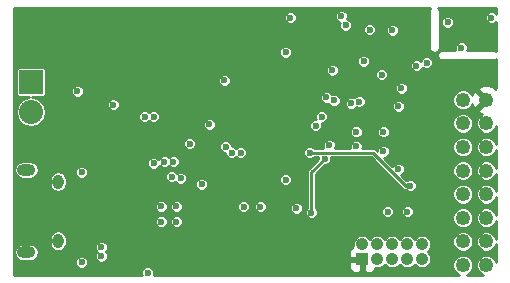
<source format=gbr>
G04 #@! TF.FileFunction,Copper,L3,Inr,Signal*
%FSLAX46Y46*%
G04 Gerber Fmt 4.6, Leading zero omitted, Abs format (unit mm)*
G04 Created by KiCad (PCBNEW 0.201512021501+6340~38~ubuntu15.10.1-stable) date Sun 06 Dec 2015 12:21:56 AM EST*
%MOMM*%
G01*
G04 APERTURE LIST*
%ADD10C,0.100000*%
%ADD11C,1.250000*%
%ADD12R,1.050000X1.050000*%
%ADD13C,1.050000*%
%ADD14R,2.032000X2.032000*%
%ADD15O,2.032000X2.032000*%
%ADD16O,0.950000X1.250000*%
%ADD17O,1.550000X1.000000*%
%ADD18C,0.600000*%
%ADD19C,0.250000*%
%ADD20C,0.254000*%
G04 APERTURE END LIST*
D10*
D11*
X167354000Y-110108000D03*
X165354000Y-110108000D03*
X167354000Y-108108000D03*
X165354000Y-108108000D03*
X167354000Y-106108000D03*
X165354000Y-106108000D03*
X167354000Y-104108000D03*
X165354000Y-104108000D03*
X167354000Y-102108000D03*
X165354000Y-102108000D03*
X167354000Y-100108000D03*
X165354000Y-100108000D03*
X167354000Y-98108000D03*
X165354000Y-98108000D03*
X167354000Y-96108000D03*
X165354000Y-96108000D03*
D12*
X156845000Y-109601000D03*
D13*
X158115000Y-109601000D03*
X159385000Y-109601000D03*
X160655000Y-109601000D03*
X161925000Y-109601000D03*
X158115000Y-108331000D03*
X159385000Y-108331000D03*
X160655000Y-108331000D03*
X161925000Y-108331000D03*
X156845000Y-108331000D03*
D14*
X128778000Y-94615000D03*
D15*
X128778000Y-97155000D03*
D16*
X131102540Y-103036100D03*
X131102540Y-108036100D03*
D17*
X128402540Y-102036100D03*
X128402540Y-109036100D03*
D18*
X134747000Y-108585000D03*
X134747000Y-109347000D03*
X133096000Y-102235000D03*
X133096000Y-109855000D03*
X165227000Y-91694000D03*
X160655000Y-105579000D03*
X159004000Y-105579000D03*
X156319990Y-100058990D03*
X158640010Y-100460904D03*
X158640010Y-98832500D03*
X156319990Y-98832500D03*
X150368000Y-102870000D03*
X151257000Y-105283000D03*
X138684000Y-110744000D03*
X150749000Y-89154000D03*
X154305000Y-93599000D03*
X156972000Y-92837000D03*
X159385000Y-90212000D03*
X143891000Y-98186010D03*
X146558000Y-100584000D03*
X145796000Y-100584000D03*
X145288000Y-100076000D03*
X145161000Y-94478000D03*
X138430000Y-97536000D03*
X139192000Y-97536000D03*
X140081000Y-101346000D03*
X140843000Y-101346000D03*
X141112000Y-106441000D03*
X139812000Y-106441000D03*
X139812000Y-105141000D03*
X141112000Y-105141000D03*
X143256000Y-103251000D03*
X148717000Y-98552000D03*
X149479000Y-98552000D03*
X149733000Y-97917000D03*
X144780000Y-102743000D03*
X160316000Y-94107000D03*
X157480000Y-102997000D03*
X144272000Y-110490000D03*
X137541000Y-106566010D03*
X157480000Y-90170000D03*
X155448000Y-89789000D03*
X164084000Y-89535000D03*
X155067000Y-89027000D03*
X150368000Y-92075000D03*
X160147000Y-95123000D03*
X159893000Y-96647000D03*
X154051000Y-99949000D03*
X167767000Y-89154000D03*
X161417000Y-93218000D03*
X146812000Y-105156000D03*
X154457459Y-96147940D03*
X148209000Y-105156000D03*
X152884257Y-98298000D03*
X155904592Y-96403281D03*
X156591000Y-96266000D03*
X158496000Y-93980000D03*
X162306000Y-92964000D03*
X153797000Y-95915999D03*
X141478000Y-102743000D03*
X140716000Y-102616000D03*
X159893000Y-101981000D03*
X153409267Y-97542733D03*
X153670000Y-101109010D03*
X152527000Y-105664000D03*
X132715000Y-95377000D03*
X139192000Y-101473000D03*
X142240000Y-99822000D03*
X135763000Y-96520000D03*
X160909000Y-103378000D03*
X152400000Y-100584000D03*
D19*
X152527000Y-105664000D02*
X152527000Y-102252010D01*
X152527000Y-102252010D02*
X153670000Y-101109010D01*
X152400000Y-100584000D02*
X157718998Y-100584000D01*
X157718998Y-100584000D02*
X160512998Y-103378000D01*
X160512998Y-103378000D02*
X160909000Y-103378000D01*
D20*
G36*
X162579308Y-88374524D02*
X162579307Y-88374526D01*
X162579306Y-88374527D01*
X162551776Y-88415729D01*
X162551775Y-88415730D01*
X162535423Y-88455208D01*
X162502950Y-88533605D01*
X162502950Y-88533607D01*
X162493283Y-88582208D01*
X162493283Y-88614413D01*
X162487000Y-88646000D01*
X162487000Y-91694000D01*
X162493283Y-91725587D01*
X162493283Y-91757792D01*
X162502950Y-91806393D01*
X162502950Y-91806395D01*
X162531367Y-91875000D01*
X162551775Y-91924270D01*
X162551776Y-91924271D01*
X162579306Y-91965473D01*
X162579307Y-91965474D01*
X162579308Y-91965476D01*
X162669524Y-92055692D01*
X162669526Y-92055693D01*
X162669527Y-92055694D01*
X162710729Y-92083224D01*
X162710730Y-92083225D01*
X162759556Y-92103449D01*
X162828605Y-92132050D01*
X162828607Y-92132050D01*
X162877200Y-92141715D01*
X162877204Y-92141717D01*
X163004796Y-92141717D01*
X163004800Y-92141715D01*
X163053393Y-92132050D01*
X163053395Y-92132050D01*
X163122444Y-92103449D01*
X163171270Y-92083225D01*
X163171271Y-92083224D01*
X163212473Y-92055694D01*
X163212474Y-92055693D01*
X163212476Y-92055692D01*
X163302692Y-91965476D01*
X163302693Y-91965474D01*
X163302694Y-91965473D01*
X163330224Y-91924271D01*
X163330225Y-91924270D01*
X163350633Y-91875000D01*
X163379050Y-91806395D01*
X163379050Y-91806393D01*
X163388717Y-91757792D01*
X163388717Y-91725587D01*
X163395000Y-91694000D01*
X163395000Y-89644318D01*
X163531905Y-89644318D01*
X163615765Y-89847274D01*
X163770909Y-90002690D01*
X163973719Y-90086904D01*
X164193318Y-90087095D01*
X164396274Y-90003235D01*
X164551690Y-89848091D01*
X164635904Y-89645281D01*
X164636095Y-89425682D01*
X164552235Y-89222726D01*
X164397091Y-89067310D01*
X164194281Y-88983096D01*
X163974682Y-88982905D01*
X163771726Y-89066765D01*
X163616310Y-89221909D01*
X163532096Y-89424719D01*
X163531905Y-89644318D01*
X163395000Y-89644318D01*
X163395000Y-88646000D01*
X163388717Y-88614413D01*
X163388717Y-88582208D01*
X163379050Y-88533607D01*
X163379050Y-88533605D01*
X163346577Y-88455208D01*
X163330225Y-88415730D01*
X163330224Y-88415729D01*
X163302694Y-88374527D01*
X163302693Y-88374526D01*
X163302692Y-88374524D01*
X163266168Y-88338000D01*
X168202000Y-88338000D01*
X168202000Y-88808433D01*
X168080091Y-88686310D01*
X167877281Y-88602096D01*
X167657682Y-88601905D01*
X167454726Y-88685765D01*
X167299310Y-88840909D01*
X167215096Y-89043719D01*
X167214905Y-89263318D01*
X167298765Y-89466274D01*
X167453909Y-89621690D01*
X167656719Y-89705904D01*
X167876318Y-89706095D01*
X168079274Y-89622235D01*
X168202000Y-89499724D01*
X168202000Y-92003832D01*
X168165476Y-91967308D01*
X168165474Y-91967307D01*
X168165473Y-91967306D01*
X168124271Y-91939776D01*
X168124270Y-91939775D01*
X168072858Y-91918480D01*
X168006395Y-91890950D01*
X168006393Y-91890950D01*
X167957792Y-91881283D01*
X167925587Y-91881283D01*
X167894000Y-91875000D01*
X165749539Y-91875000D01*
X165778904Y-91804281D01*
X165779095Y-91584682D01*
X165695235Y-91381726D01*
X165540091Y-91226310D01*
X165337281Y-91142096D01*
X165117682Y-91141905D01*
X164914726Y-91225765D01*
X164759310Y-91380909D01*
X164675096Y-91583719D01*
X164674905Y-91803318D01*
X164704524Y-91875000D01*
X163576000Y-91875000D01*
X163544413Y-91881283D01*
X163512208Y-91881283D01*
X163463607Y-91890950D01*
X163463605Y-91890950D01*
X163397142Y-91918480D01*
X163345730Y-91939775D01*
X163345729Y-91939776D01*
X163304527Y-91967306D01*
X163304526Y-91967307D01*
X163304524Y-91967308D01*
X163214308Y-92057524D01*
X163214307Y-92057526D01*
X163214306Y-92057527D01*
X163186776Y-92098729D01*
X163186775Y-92098730D01*
X163175639Y-92125616D01*
X163137950Y-92216605D01*
X163137950Y-92216607D01*
X163128285Y-92265200D01*
X163128283Y-92265204D01*
X163128283Y-92392796D01*
X163128285Y-92392800D01*
X163137950Y-92441393D01*
X163137950Y-92441395D01*
X163155414Y-92483556D01*
X163186775Y-92559270D01*
X163186776Y-92559271D01*
X163214306Y-92600473D01*
X163214307Y-92600474D01*
X163214308Y-92600476D01*
X163304524Y-92690692D01*
X163304526Y-92690693D01*
X163304527Y-92690694D01*
X163345729Y-92718224D01*
X163345730Y-92718225D01*
X163369062Y-92727889D01*
X163463605Y-92767050D01*
X163463607Y-92767050D01*
X163512208Y-92776717D01*
X163544413Y-92776717D01*
X163576000Y-92783000D01*
X167894000Y-92783000D01*
X167925587Y-92776717D01*
X167957792Y-92776717D01*
X168006393Y-92767050D01*
X168006395Y-92767050D01*
X168100938Y-92727889D01*
X168124270Y-92718225D01*
X168124271Y-92718224D01*
X168165473Y-92690694D01*
X168165474Y-92690693D01*
X168165476Y-92690692D01*
X168202000Y-92654168D01*
X168202000Y-95142700D01*
X168170846Y-95111546D01*
X168055272Y-95227120D01*
X168002675Y-94999110D01*
X167528944Y-94835283D01*
X167028580Y-94865215D01*
X166705325Y-94999110D01*
X166652727Y-95227122D01*
X167354000Y-95928395D01*
X167368143Y-95914253D01*
X167547748Y-96093858D01*
X167533605Y-96108000D01*
X167547748Y-96122143D01*
X167368143Y-96301748D01*
X167354000Y-96287605D01*
X166652727Y-96988878D01*
X166705325Y-97216890D01*
X166982292Y-97312672D01*
X166857869Y-97364082D01*
X166610949Y-97610571D01*
X166477153Y-97932789D01*
X166476849Y-98281681D01*
X166610082Y-98604131D01*
X166856571Y-98851051D01*
X167178789Y-98984847D01*
X167527681Y-98985151D01*
X167850131Y-98851918D01*
X168097051Y-98605429D01*
X168202000Y-98352683D01*
X168202000Y-99863768D01*
X168097918Y-99611869D01*
X167851429Y-99364949D01*
X167529211Y-99231153D01*
X167180319Y-99230849D01*
X166857869Y-99364082D01*
X166610949Y-99610571D01*
X166477153Y-99932789D01*
X166476849Y-100281681D01*
X166610082Y-100604131D01*
X166856571Y-100851051D01*
X167178789Y-100984847D01*
X167527681Y-100985151D01*
X167850131Y-100851918D01*
X168097051Y-100605429D01*
X168202000Y-100352683D01*
X168202000Y-101863768D01*
X168097918Y-101611869D01*
X167851429Y-101364949D01*
X167529211Y-101231153D01*
X167180319Y-101230849D01*
X166857869Y-101364082D01*
X166610949Y-101610571D01*
X166477153Y-101932789D01*
X166476849Y-102281681D01*
X166610082Y-102604131D01*
X166856571Y-102851051D01*
X167178789Y-102984847D01*
X167527681Y-102985151D01*
X167850131Y-102851918D01*
X168097051Y-102605429D01*
X168202000Y-102352683D01*
X168202000Y-103863768D01*
X168097918Y-103611869D01*
X167851429Y-103364949D01*
X167529211Y-103231153D01*
X167180319Y-103230849D01*
X166857869Y-103364082D01*
X166610949Y-103610571D01*
X166477153Y-103932789D01*
X166476849Y-104281681D01*
X166610082Y-104604131D01*
X166856571Y-104851051D01*
X167178789Y-104984847D01*
X167527681Y-104985151D01*
X167850131Y-104851918D01*
X168097051Y-104605429D01*
X168202000Y-104352683D01*
X168202000Y-105863768D01*
X168097918Y-105611869D01*
X167851429Y-105364949D01*
X167529211Y-105231153D01*
X167180319Y-105230849D01*
X166857869Y-105364082D01*
X166610949Y-105610571D01*
X166477153Y-105932789D01*
X166476849Y-106281681D01*
X166610082Y-106604131D01*
X166856571Y-106851051D01*
X167178789Y-106984847D01*
X167527681Y-106985151D01*
X167850131Y-106851918D01*
X168097051Y-106605429D01*
X168202000Y-106352683D01*
X168202000Y-107863768D01*
X168097918Y-107611869D01*
X167851429Y-107364949D01*
X167529211Y-107231153D01*
X167180319Y-107230849D01*
X166857869Y-107364082D01*
X166610949Y-107610571D01*
X166477153Y-107932789D01*
X166476849Y-108281681D01*
X166610082Y-108604131D01*
X166856571Y-108851051D01*
X167178789Y-108984847D01*
X167527681Y-108985151D01*
X167850131Y-108851918D01*
X168097051Y-108605429D01*
X168202000Y-108352683D01*
X168202000Y-109863768D01*
X168097918Y-109611869D01*
X167851429Y-109364949D01*
X167529211Y-109231153D01*
X167180319Y-109230849D01*
X166857869Y-109364082D01*
X166610949Y-109610571D01*
X166477153Y-109932789D01*
X166476849Y-110281681D01*
X166610082Y-110604131D01*
X166856571Y-110851051D01*
X167034661Y-110925000D01*
X165673258Y-110925000D01*
X165850131Y-110851918D01*
X166097051Y-110605429D01*
X166230847Y-110283211D01*
X166231151Y-109934319D01*
X166097918Y-109611869D01*
X165851429Y-109364949D01*
X165529211Y-109231153D01*
X165180319Y-109230849D01*
X164857869Y-109364082D01*
X164610949Y-109610571D01*
X164477153Y-109932789D01*
X164476849Y-110281681D01*
X164610082Y-110604131D01*
X164856571Y-110851051D01*
X165034661Y-110925000D01*
X139206539Y-110925000D01*
X139235904Y-110854281D01*
X139236095Y-110634682D01*
X139152235Y-110431726D01*
X138997091Y-110276310D01*
X138794281Y-110192096D01*
X138574682Y-110191905D01*
X138371726Y-110275765D01*
X138216310Y-110430909D01*
X138132096Y-110633719D01*
X138131905Y-110853318D01*
X138161524Y-110925000D01*
X127327000Y-110925000D01*
X127327000Y-109964318D01*
X132543905Y-109964318D01*
X132627765Y-110167274D01*
X132782909Y-110322690D01*
X132985719Y-110406904D01*
X133205318Y-110407095D01*
X133408274Y-110323235D01*
X133563690Y-110168091D01*
X133647904Y-109965281D01*
X133648095Y-109745682D01*
X133564235Y-109542726D01*
X133409091Y-109387310D01*
X133206281Y-109303096D01*
X132986682Y-109302905D01*
X132783726Y-109386765D01*
X132628310Y-109541909D01*
X132544096Y-109744719D01*
X132543905Y-109964318D01*
X127327000Y-109964318D01*
X127327000Y-109036100D01*
X127355420Y-109036100D01*
X127412663Y-109323878D01*
X127575676Y-109567844D01*
X127819642Y-109730857D01*
X128107420Y-109788100D01*
X128697660Y-109788100D01*
X128985438Y-109730857D01*
X129229404Y-109567844D01*
X129392417Y-109323878D01*
X129449660Y-109036100D01*
X129392417Y-108748322D01*
X129229404Y-108504356D01*
X128985438Y-108341343D01*
X128697660Y-108284100D01*
X128107420Y-108284100D01*
X127819642Y-108341343D01*
X127575676Y-108504356D01*
X127412663Y-108748322D01*
X127355420Y-109036100D01*
X127327000Y-109036100D01*
X127327000Y-107868919D01*
X130375540Y-107868919D01*
X130375540Y-108203281D01*
X130430880Y-108481492D01*
X130588473Y-108717348D01*
X130824329Y-108874941D01*
X131102540Y-108930281D01*
X131380751Y-108874941D01*
X131616607Y-108717348D01*
X131631995Y-108694318D01*
X134194905Y-108694318D01*
X134278765Y-108897274D01*
X134347354Y-108965984D01*
X134279310Y-109033909D01*
X134195096Y-109236719D01*
X134194905Y-109456318D01*
X134278765Y-109659274D01*
X134433909Y-109814690D01*
X134636719Y-109898904D01*
X134856318Y-109899095D01*
X134886195Y-109886750D01*
X155685000Y-109886750D01*
X155685000Y-110252309D01*
X155781673Y-110485698D01*
X155960301Y-110664327D01*
X156193690Y-110761000D01*
X156559250Y-110761000D01*
X156718000Y-110602250D01*
X156718000Y-109728000D01*
X155843750Y-109728000D01*
X155685000Y-109886750D01*
X134886195Y-109886750D01*
X135059274Y-109815235D01*
X135214690Y-109660091D01*
X135298904Y-109457281D01*
X135299095Y-109237682D01*
X135215235Y-109034726D01*
X135146646Y-108966016D01*
X135162999Y-108949691D01*
X155685000Y-108949691D01*
X155685000Y-109315250D01*
X155843750Y-109474000D01*
X156718000Y-109474000D01*
X156718000Y-109454000D01*
X156972000Y-109454000D01*
X156972000Y-109474000D01*
X156992000Y-109474000D01*
X156992000Y-109728000D01*
X156972000Y-109728000D01*
X156972000Y-110602250D01*
X157130750Y-110761000D01*
X157496310Y-110761000D01*
X157729699Y-110664327D01*
X157908327Y-110485698D01*
X157953987Y-110375465D01*
X157959767Y-110377865D01*
X158268877Y-110378134D01*
X158554560Y-110260092D01*
X158750150Y-110064844D01*
X158944290Y-110259324D01*
X159229767Y-110377865D01*
X159538877Y-110378134D01*
X159824560Y-110260092D01*
X160020150Y-110064844D01*
X160214290Y-110259324D01*
X160499767Y-110377865D01*
X160808877Y-110378134D01*
X161094560Y-110260092D01*
X161290150Y-110064844D01*
X161484290Y-110259324D01*
X161769767Y-110377865D01*
X162078877Y-110378134D01*
X162364560Y-110260092D01*
X162583324Y-110041710D01*
X162701865Y-109756233D01*
X162702134Y-109447123D01*
X162584092Y-109161440D01*
X162388844Y-108965850D01*
X162583324Y-108771710D01*
X162701865Y-108486233D01*
X162702043Y-108281681D01*
X164476849Y-108281681D01*
X164610082Y-108604131D01*
X164856571Y-108851051D01*
X165178789Y-108984847D01*
X165527681Y-108985151D01*
X165850131Y-108851918D01*
X166097051Y-108605429D01*
X166230847Y-108283211D01*
X166231151Y-107934319D01*
X166097918Y-107611869D01*
X165851429Y-107364949D01*
X165529211Y-107231153D01*
X165180319Y-107230849D01*
X164857869Y-107364082D01*
X164610949Y-107610571D01*
X164477153Y-107932789D01*
X164476849Y-108281681D01*
X162702043Y-108281681D01*
X162702134Y-108177123D01*
X162584092Y-107891440D01*
X162365710Y-107672676D01*
X162080233Y-107554135D01*
X161771123Y-107553866D01*
X161485440Y-107671908D01*
X161289850Y-107867156D01*
X161095710Y-107672676D01*
X160810233Y-107554135D01*
X160501123Y-107553866D01*
X160215440Y-107671908D01*
X160019850Y-107867156D01*
X159825710Y-107672676D01*
X159540233Y-107554135D01*
X159231123Y-107553866D01*
X158945440Y-107671908D01*
X158749850Y-107867156D01*
X158555710Y-107672676D01*
X158270233Y-107554135D01*
X157961123Y-107553866D01*
X157675440Y-107671908D01*
X157479850Y-107867156D01*
X157285710Y-107672676D01*
X157000233Y-107554135D01*
X156691123Y-107553866D01*
X156405440Y-107671908D01*
X156186676Y-107890290D01*
X156068135Y-108175767D01*
X156067866Y-108484877D01*
X156070774Y-108491914D01*
X155960301Y-108537673D01*
X155781673Y-108716302D01*
X155685000Y-108949691D01*
X135162999Y-108949691D01*
X135214690Y-108898091D01*
X135298904Y-108695281D01*
X135299095Y-108475682D01*
X135215235Y-108272726D01*
X135060091Y-108117310D01*
X134857281Y-108033096D01*
X134637682Y-108032905D01*
X134434726Y-108116765D01*
X134279310Y-108271909D01*
X134195096Y-108474719D01*
X134194905Y-108694318D01*
X131631995Y-108694318D01*
X131774200Y-108481492D01*
X131829540Y-108203281D01*
X131829540Y-107868919D01*
X131774200Y-107590708D01*
X131616607Y-107354852D01*
X131380751Y-107197259D01*
X131102540Y-107141919D01*
X130824329Y-107197259D01*
X130588473Y-107354852D01*
X130430880Y-107590708D01*
X130375540Y-107868919D01*
X127327000Y-107868919D01*
X127327000Y-106550318D01*
X139259905Y-106550318D01*
X139343765Y-106753274D01*
X139498909Y-106908690D01*
X139701719Y-106992904D01*
X139921318Y-106993095D01*
X140124274Y-106909235D01*
X140279690Y-106754091D01*
X140363904Y-106551281D01*
X140363904Y-106550318D01*
X140559905Y-106550318D01*
X140643765Y-106753274D01*
X140798909Y-106908690D01*
X141001719Y-106992904D01*
X141221318Y-106993095D01*
X141424274Y-106909235D01*
X141579690Y-106754091D01*
X141663904Y-106551281D01*
X141664095Y-106331682D01*
X141643435Y-106281681D01*
X164476849Y-106281681D01*
X164610082Y-106604131D01*
X164856571Y-106851051D01*
X165178789Y-106984847D01*
X165527681Y-106985151D01*
X165850131Y-106851918D01*
X166097051Y-106605429D01*
X166230847Y-106283211D01*
X166231151Y-105934319D01*
X166097918Y-105611869D01*
X165851429Y-105364949D01*
X165529211Y-105231153D01*
X165180319Y-105230849D01*
X164857869Y-105364082D01*
X164610949Y-105610571D01*
X164477153Y-105932789D01*
X164476849Y-106281681D01*
X141643435Y-106281681D01*
X141580235Y-106128726D01*
X141425091Y-105973310D01*
X141222281Y-105889096D01*
X141002682Y-105888905D01*
X140799726Y-105972765D01*
X140644310Y-106127909D01*
X140560096Y-106330719D01*
X140559905Y-106550318D01*
X140363904Y-106550318D01*
X140364095Y-106331682D01*
X140280235Y-106128726D01*
X140125091Y-105973310D01*
X139922281Y-105889096D01*
X139702682Y-105888905D01*
X139499726Y-105972765D01*
X139344310Y-106127909D01*
X139260096Y-106330719D01*
X139259905Y-106550318D01*
X127327000Y-106550318D01*
X127327000Y-105250318D01*
X139259905Y-105250318D01*
X139343765Y-105453274D01*
X139498909Y-105608690D01*
X139701719Y-105692904D01*
X139921318Y-105693095D01*
X140124274Y-105609235D01*
X140279690Y-105454091D01*
X140363904Y-105251281D01*
X140363904Y-105250318D01*
X140559905Y-105250318D01*
X140643765Y-105453274D01*
X140798909Y-105608690D01*
X141001719Y-105692904D01*
X141221318Y-105693095D01*
X141424274Y-105609235D01*
X141579690Y-105454091D01*
X141658075Y-105265318D01*
X146259905Y-105265318D01*
X146343765Y-105468274D01*
X146498909Y-105623690D01*
X146701719Y-105707904D01*
X146921318Y-105708095D01*
X147124274Y-105624235D01*
X147279690Y-105469091D01*
X147363904Y-105266281D01*
X147363904Y-105265318D01*
X147656905Y-105265318D01*
X147740765Y-105468274D01*
X147895909Y-105623690D01*
X148098719Y-105707904D01*
X148318318Y-105708095D01*
X148521274Y-105624235D01*
X148676690Y-105469091D01*
X148708568Y-105392318D01*
X150704905Y-105392318D01*
X150788765Y-105595274D01*
X150943909Y-105750690D01*
X151146719Y-105834904D01*
X151366318Y-105835095D01*
X151569274Y-105751235D01*
X151724690Y-105596091D01*
X151808904Y-105393281D01*
X151809095Y-105173682D01*
X151725235Y-104970726D01*
X151570091Y-104815310D01*
X151367281Y-104731096D01*
X151147682Y-104730905D01*
X150944726Y-104814765D01*
X150789310Y-104969909D01*
X150705096Y-105172719D01*
X150704905Y-105392318D01*
X148708568Y-105392318D01*
X148760904Y-105266281D01*
X148761095Y-105046682D01*
X148677235Y-104843726D01*
X148522091Y-104688310D01*
X148319281Y-104604096D01*
X148099682Y-104603905D01*
X147896726Y-104687765D01*
X147741310Y-104842909D01*
X147657096Y-105045719D01*
X147656905Y-105265318D01*
X147363904Y-105265318D01*
X147364095Y-105046682D01*
X147280235Y-104843726D01*
X147125091Y-104688310D01*
X146922281Y-104604096D01*
X146702682Y-104603905D01*
X146499726Y-104687765D01*
X146344310Y-104842909D01*
X146260096Y-105045719D01*
X146259905Y-105265318D01*
X141658075Y-105265318D01*
X141663904Y-105251281D01*
X141664095Y-105031682D01*
X141580235Y-104828726D01*
X141425091Y-104673310D01*
X141222281Y-104589096D01*
X141002682Y-104588905D01*
X140799726Y-104672765D01*
X140644310Y-104827909D01*
X140560096Y-105030719D01*
X140559905Y-105250318D01*
X140363904Y-105250318D01*
X140364095Y-105031682D01*
X140280235Y-104828726D01*
X140125091Y-104673310D01*
X139922281Y-104589096D01*
X139702682Y-104588905D01*
X139499726Y-104672765D01*
X139344310Y-104827909D01*
X139260096Y-105030719D01*
X139259905Y-105250318D01*
X127327000Y-105250318D01*
X127327000Y-102868919D01*
X130375540Y-102868919D01*
X130375540Y-103203281D01*
X130430880Y-103481492D01*
X130588473Y-103717348D01*
X130824329Y-103874941D01*
X131102540Y-103930281D01*
X131380751Y-103874941D01*
X131616607Y-103717348D01*
X131774200Y-103481492D01*
X131798303Y-103360318D01*
X142703905Y-103360318D01*
X142787765Y-103563274D01*
X142942909Y-103718690D01*
X143145719Y-103802904D01*
X143365318Y-103803095D01*
X143568274Y-103719235D01*
X143723690Y-103564091D01*
X143807904Y-103361281D01*
X143808095Y-103141682D01*
X143741008Y-102979318D01*
X149815905Y-102979318D01*
X149899765Y-103182274D01*
X150054909Y-103337690D01*
X150257719Y-103421904D01*
X150477318Y-103422095D01*
X150680274Y-103338235D01*
X150835690Y-103183091D01*
X150919904Y-102980281D01*
X150920095Y-102760682D01*
X150836235Y-102557726D01*
X150681091Y-102402310D01*
X150478281Y-102318096D01*
X150258682Y-102317905D01*
X150055726Y-102401765D01*
X149900310Y-102556909D01*
X149816096Y-102759719D01*
X149815905Y-102979318D01*
X143741008Y-102979318D01*
X143724235Y-102938726D01*
X143569091Y-102783310D01*
X143366281Y-102699096D01*
X143146682Y-102698905D01*
X142943726Y-102782765D01*
X142788310Y-102937909D01*
X142704096Y-103140719D01*
X142703905Y-103360318D01*
X131798303Y-103360318D01*
X131829540Y-103203281D01*
X131829540Y-102868919D01*
X131774200Y-102590708D01*
X131616607Y-102354852D01*
X131600842Y-102344318D01*
X132543905Y-102344318D01*
X132627765Y-102547274D01*
X132782909Y-102702690D01*
X132985719Y-102786904D01*
X133205318Y-102787095D01*
X133354829Y-102725318D01*
X140163905Y-102725318D01*
X140247765Y-102928274D01*
X140402909Y-103083690D01*
X140605719Y-103167904D01*
X140825318Y-103168095D01*
X141028274Y-103084235D01*
X141033484Y-103079034D01*
X141164909Y-103210690D01*
X141367719Y-103294904D01*
X141587318Y-103295095D01*
X141790274Y-103211235D01*
X141945690Y-103056091D01*
X142029904Y-102853281D01*
X142030095Y-102633682D01*
X141946235Y-102430726D01*
X141791091Y-102275310D01*
X141588281Y-102191096D01*
X141368682Y-102190905D01*
X141165726Y-102274765D01*
X141160516Y-102279966D01*
X141029091Y-102148310D01*
X140826281Y-102064096D01*
X140606682Y-102063905D01*
X140403726Y-102147765D01*
X140248310Y-102302909D01*
X140164096Y-102505719D01*
X140163905Y-102725318D01*
X133354829Y-102725318D01*
X133408274Y-102703235D01*
X133563690Y-102548091D01*
X133647904Y-102345281D01*
X133648095Y-102125682D01*
X133564235Y-101922726D01*
X133409091Y-101767310D01*
X133206281Y-101683096D01*
X132986682Y-101682905D01*
X132783726Y-101766765D01*
X132628310Y-101921909D01*
X132544096Y-102124719D01*
X132543905Y-102344318D01*
X131600842Y-102344318D01*
X131380751Y-102197259D01*
X131102540Y-102141919D01*
X130824329Y-102197259D01*
X130588473Y-102354852D01*
X130430880Y-102590708D01*
X130375540Y-102868919D01*
X127327000Y-102868919D01*
X127327000Y-102036100D01*
X127355420Y-102036100D01*
X127412663Y-102323878D01*
X127575676Y-102567844D01*
X127819642Y-102730857D01*
X128107420Y-102788100D01*
X128697660Y-102788100D01*
X128985438Y-102730857D01*
X129229404Y-102567844D01*
X129392417Y-102323878D01*
X129449660Y-102036100D01*
X129392417Y-101748322D01*
X129281497Y-101582318D01*
X138639905Y-101582318D01*
X138723765Y-101785274D01*
X138878909Y-101940690D01*
X139081719Y-102024904D01*
X139301318Y-102025095D01*
X139504274Y-101941235D01*
X139659690Y-101786091D01*
X139683388Y-101729021D01*
X139767909Y-101813690D01*
X139970719Y-101897904D01*
X140190318Y-101898095D01*
X140393274Y-101814235D01*
X140461984Y-101745646D01*
X140529909Y-101813690D01*
X140732719Y-101897904D01*
X140952318Y-101898095D01*
X141155274Y-101814235D01*
X141310690Y-101659091D01*
X141394904Y-101456281D01*
X141395095Y-101236682D01*
X141311235Y-101033726D01*
X141156091Y-100878310D01*
X140953281Y-100794096D01*
X140733682Y-100793905D01*
X140530726Y-100877765D01*
X140462016Y-100946354D01*
X140394091Y-100878310D01*
X140191281Y-100794096D01*
X139971682Y-100793905D01*
X139768726Y-100877765D01*
X139613310Y-101032909D01*
X139589612Y-101089979D01*
X139505091Y-101005310D01*
X139302281Y-100921096D01*
X139082682Y-100920905D01*
X138879726Y-101004765D01*
X138724310Y-101159909D01*
X138640096Y-101362719D01*
X138639905Y-101582318D01*
X129281497Y-101582318D01*
X129229404Y-101504356D01*
X128985438Y-101341343D01*
X128697660Y-101284100D01*
X128107420Y-101284100D01*
X127819642Y-101341343D01*
X127575676Y-101504356D01*
X127412663Y-101748322D01*
X127355420Y-102036100D01*
X127327000Y-102036100D01*
X127327000Y-99931318D01*
X141687905Y-99931318D01*
X141771765Y-100134274D01*
X141926909Y-100289690D01*
X142129719Y-100373904D01*
X142349318Y-100374095D01*
X142552274Y-100290235D01*
X142657374Y-100185318D01*
X144735905Y-100185318D01*
X144819765Y-100388274D01*
X144974909Y-100543690D01*
X145177719Y-100627904D01*
X145243962Y-100627962D01*
X145243905Y-100693318D01*
X145327765Y-100896274D01*
X145482909Y-101051690D01*
X145685719Y-101135904D01*
X145905318Y-101136095D01*
X146108274Y-101052235D01*
X146176984Y-100983646D01*
X146244909Y-101051690D01*
X146447719Y-101135904D01*
X146667318Y-101136095D01*
X146870274Y-101052235D01*
X147025690Y-100897091D01*
X147109904Y-100694281D01*
X147109904Y-100693318D01*
X151847905Y-100693318D01*
X151931765Y-100896274D01*
X152086909Y-101051690D01*
X152289719Y-101135904D01*
X152509318Y-101136095D01*
X152712274Y-101052235D01*
X152803669Y-100961000D01*
X153133762Y-100961000D01*
X153118096Y-100998729D01*
X153117984Y-101127868D01*
X152260421Y-101985431D01*
X152178697Y-102107738D01*
X152150000Y-102252010D01*
X152150000Y-105260378D01*
X152059310Y-105350909D01*
X151975096Y-105553719D01*
X151974905Y-105773318D01*
X152058765Y-105976274D01*
X152213909Y-106131690D01*
X152416719Y-106215904D01*
X152636318Y-106216095D01*
X152839274Y-106132235D01*
X152994690Y-105977091D01*
X153078904Y-105774281D01*
X153078978Y-105688318D01*
X158451905Y-105688318D01*
X158535765Y-105891274D01*
X158690909Y-106046690D01*
X158893719Y-106130904D01*
X159113318Y-106131095D01*
X159316274Y-106047235D01*
X159471690Y-105892091D01*
X159555904Y-105689281D01*
X159555904Y-105688318D01*
X160102905Y-105688318D01*
X160186765Y-105891274D01*
X160341909Y-106046690D01*
X160544719Y-106130904D01*
X160764318Y-106131095D01*
X160967274Y-106047235D01*
X161122690Y-105892091D01*
X161206904Y-105689281D01*
X161207095Y-105469682D01*
X161123235Y-105266726D01*
X160968091Y-105111310D01*
X160765281Y-105027096D01*
X160545682Y-105026905D01*
X160342726Y-105110765D01*
X160187310Y-105265909D01*
X160103096Y-105468719D01*
X160102905Y-105688318D01*
X159555904Y-105688318D01*
X159556095Y-105469682D01*
X159472235Y-105266726D01*
X159317091Y-105111310D01*
X159114281Y-105027096D01*
X158894682Y-105026905D01*
X158691726Y-105110765D01*
X158536310Y-105265909D01*
X158452096Y-105468719D01*
X158451905Y-105688318D01*
X153078978Y-105688318D01*
X153079095Y-105554682D01*
X152995235Y-105351726D01*
X152904000Y-105260331D01*
X152904000Y-104281681D01*
X164476849Y-104281681D01*
X164610082Y-104604131D01*
X164856571Y-104851051D01*
X165178789Y-104984847D01*
X165527681Y-104985151D01*
X165850131Y-104851918D01*
X166097051Y-104605429D01*
X166230847Y-104283211D01*
X166231151Y-103934319D01*
X166097918Y-103611869D01*
X165851429Y-103364949D01*
X165529211Y-103231153D01*
X165180319Y-103230849D01*
X164857869Y-103364082D01*
X164610949Y-103610571D01*
X164477153Y-103932789D01*
X164476849Y-104281681D01*
X152904000Y-104281681D01*
X152904000Y-102408168D01*
X153651174Y-101660994D01*
X153779318Y-101661105D01*
X153982274Y-101577245D01*
X154137690Y-101422101D01*
X154221904Y-101219291D01*
X154222095Y-100999692D01*
X154206108Y-100961000D01*
X157562840Y-100961000D01*
X160246419Y-103644579D01*
X160368726Y-103726303D01*
X160503490Y-103753109D01*
X160595909Y-103845690D01*
X160798719Y-103929904D01*
X161018318Y-103930095D01*
X161221274Y-103846235D01*
X161376690Y-103691091D01*
X161460904Y-103488281D01*
X161461095Y-103268682D01*
X161377235Y-103065726D01*
X161222091Y-102910310D01*
X161019281Y-102826096D01*
X160799682Y-102825905D01*
X160596726Y-102909765D01*
X160587315Y-102919159D01*
X160143086Y-102474930D01*
X160205274Y-102449235D01*
X160360690Y-102294091D01*
X160365843Y-102281681D01*
X164476849Y-102281681D01*
X164610082Y-102604131D01*
X164856571Y-102851051D01*
X165178789Y-102984847D01*
X165527681Y-102985151D01*
X165850131Y-102851918D01*
X166097051Y-102605429D01*
X166230847Y-102283211D01*
X166231151Y-101934319D01*
X166097918Y-101611869D01*
X165851429Y-101364949D01*
X165529211Y-101231153D01*
X165180319Y-101230849D01*
X164857869Y-101364082D01*
X164610949Y-101610571D01*
X164477153Y-101932789D01*
X164476849Y-102281681D01*
X160365843Y-102281681D01*
X160444904Y-102091281D01*
X160445095Y-101871682D01*
X160361235Y-101668726D01*
X160206091Y-101513310D01*
X160003281Y-101429096D01*
X159783682Y-101428905D01*
X159580726Y-101512765D01*
X159425310Y-101667909D01*
X159399125Y-101730969D01*
X158681096Y-101012940D01*
X158749328Y-101012999D01*
X158952284Y-100929139D01*
X159107700Y-100773995D01*
X159191914Y-100571185D01*
X159192105Y-100351586D01*
X159163221Y-100281681D01*
X164476849Y-100281681D01*
X164610082Y-100604131D01*
X164856571Y-100851051D01*
X165178789Y-100984847D01*
X165527681Y-100985151D01*
X165850131Y-100851918D01*
X166097051Y-100605429D01*
X166230847Y-100283211D01*
X166231151Y-99934319D01*
X166097918Y-99611869D01*
X165851429Y-99364949D01*
X165529211Y-99231153D01*
X165180319Y-99230849D01*
X164857869Y-99364082D01*
X164610949Y-99610571D01*
X164477153Y-99932789D01*
X164476849Y-100281681D01*
X159163221Y-100281681D01*
X159108245Y-100148630D01*
X158953101Y-99993214D01*
X158750291Y-99909000D01*
X158530692Y-99908809D01*
X158327736Y-99992669D01*
X158172320Y-100147813D01*
X158088106Y-100350623D01*
X158088046Y-100419890D01*
X157985577Y-100317421D01*
X157863270Y-100235697D01*
X157718998Y-100207000D01*
X156856228Y-100207000D01*
X156871894Y-100169271D01*
X156872085Y-99949672D01*
X156788225Y-99746716D01*
X156633081Y-99591300D01*
X156430271Y-99507086D01*
X156210672Y-99506895D01*
X156007716Y-99590755D01*
X155852300Y-99745899D01*
X155768086Y-99948709D01*
X155767895Y-100168308D01*
X155783882Y-100207000D01*
X154541566Y-100207000D01*
X154602904Y-100059281D01*
X154603095Y-99839682D01*
X154519235Y-99636726D01*
X154364091Y-99481310D01*
X154161281Y-99397096D01*
X153941682Y-99396905D01*
X153738726Y-99480765D01*
X153583310Y-99635909D01*
X153499096Y-99838719D01*
X153498905Y-100058318D01*
X153560339Y-100207000D01*
X152803622Y-100207000D01*
X152713091Y-100116310D01*
X152510281Y-100032096D01*
X152290682Y-100031905D01*
X152087726Y-100115765D01*
X151932310Y-100270909D01*
X151848096Y-100473719D01*
X151847905Y-100693318D01*
X147109904Y-100693318D01*
X147110095Y-100474682D01*
X147026235Y-100271726D01*
X146871091Y-100116310D01*
X146668281Y-100032096D01*
X146448682Y-100031905D01*
X146245726Y-100115765D01*
X146177016Y-100184354D01*
X146109091Y-100116310D01*
X145906281Y-100032096D01*
X145840038Y-100032038D01*
X145840095Y-99966682D01*
X145756235Y-99763726D01*
X145601091Y-99608310D01*
X145398281Y-99524096D01*
X145178682Y-99523905D01*
X144975726Y-99607765D01*
X144820310Y-99762909D01*
X144736096Y-99965719D01*
X144735905Y-100185318D01*
X142657374Y-100185318D01*
X142707690Y-100135091D01*
X142791904Y-99932281D01*
X142792095Y-99712682D01*
X142708235Y-99509726D01*
X142553091Y-99354310D01*
X142350281Y-99270096D01*
X142130682Y-99269905D01*
X141927726Y-99353765D01*
X141772310Y-99508909D01*
X141688096Y-99711719D01*
X141687905Y-99931318D01*
X127327000Y-99931318D01*
X127327000Y-98941818D01*
X155767895Y-98941818D01*
X155851755Y-99144774D01*
X156006899Y-99300190D01*
X156209709Y-99384404D01*
X156429308Y-99384595D01*
X156632264Y-99300735D01*
X156787680Y-99145591D01*
X156871894Y-98942781D01*
X156871894Y-98941818D01*
X158087915Y-98941818D01*
X158171775Y-99144774D01*
X158326919Y-99300190D01*
X158529729Y-99384404D01*
X158749328Y-99384595D01*
X158952284Y-99300735D01*
X159107700Y-99145591D01*
X159191914Y-98942781D01*
X159192105Y-98723182D01*
X159108245Y-98520226D01*
X158953101Y-98364810D01*
X158752904Y-98281681D01*
X164476849Y-98281681D01*
X164610082Y-98604131D01*
X164856571Y-98851051D01*
X165178789Y-98984847D01*
X165527681Y-98985151D01*
X165850131Y-98851918D01*
X166097051Y-98605429D01*
X166230847Y-98283211D01*
X166231151Y-97934319D01*
X166097918Y-97611869D01*
X165851429Y-97364949D01*
X165529211Y-97231153D01*
X165180319Y-97230849D01*
X164857869Y-97364082D01*
X164610949Y-97610571D01*
X164477153Y-97932789D01*
X164476849Y-98281681D01*
X158752904Y-98281681D01*
X158750291Y-98280596D01*
X158530692Y-98280405D01*
X158327736Y-98364265D01*
X158172320Y-98519409D01*
X158088106Y-98722219D01*
X158087915Y-98941818D01*
X156871894Y-98941818D01*
X156872085Y-98723182D01*
X156788225Y-98520226D01*
X156633081Y-98364810D01*
X156430271Y-98280596D01*
X156210672Y-98280405D01*
X156007716Y-98364265D01*
X155852300Y-98519409D01*
X155768086Y-98722219D01*
X155767895Y-98941818D01*
X127327000Y-98941818D01*
X127327000Y-93599000D01*
X127505064Y-93599000D01*
X127505064Y-95631000D01*
X127522636Y-95724385D01*
X127577826Y-95810154D01*
X127662038Y-95867693D01*
X127762000Y-95887936D01*
X128648405Y-95887936D01*
X128292757Y-95958679D01*
X127881389Y-96233547D01*
X127606521Y-96644915D01*
X127510000Y-97130158D01*
X127510000Y-97179842D01*
X127606521Y-97665085D01*
X127881389Y-98076453D01*
X128292757Y-98351321D01*
X128778000Y-98447842D01*
X129263243Y-98351321D01*
X129347042Y-98295328D01*
X143338905Y-98295328D01*
X143422765Y-98498284D01*
X143577909Y-98653700D01*
X143780719Y-98737914D01*
X144000318Y-98738105D01*
X144203274Y-98654245D01*
X144358690Y-98499101D01*
X144396801Y-98407318D01*
X152332162Y-98407318D01*
X152416022Y-98610274D01*
X152571166Y-98765690D01*
X152773976Y-98849904D01*
X152993575Y-98850095D01*
X153196531Y-98766235D01*
X153351947Y-98611091D01*
X153436161Y-98408281D01*
X153436352Y-98188682D01*
X153397529Y-98094723D01*
X153518585Y-98094828D01*
X153721541Y-98010968D01*
X153876957Y-97855824D01*
X153961171Y-97653014D01*
X153961362Y-97433415D01*
X153877502Y-97230459D01*
X153722358Y-97075043D01*
X153519548Y-96990829D01*
X153299949Y-96990638D01*
X153096993Y-97074498D01*
X152941577Y-97229642D01*
X152857363Y-97432452D01*
X152857172Y-97652051D01*
X152895995Y-97746010D01*
X152774939Y-97745905D01*
X152571983Y-97829765D01*
X152416567Y-97984909D01*
X152332353Y-98187719D01*
X152332162Y-98407318D01*
X144396801Y-98407318D01*
X144442904Y-98296291D01*
X144443095Y-98076692D01*
X144359235Y-97873736D01*
X144204091Y-97718320D01*
X144001281Y-97634106D01*
X143781682Y-97633915D01*
X143578726Y-97717775D01*
X143423310Y-97872919D01*
X143339096Y-98075729D01*
X143338905Y-98295328D01*
X129347042Y-98295328D01*
X129674611Y-98076453D01*
X129949479Y-97665085D01*
X129953410Y-97645318D01*
X137877905Y-97645318D01*
X137961765Y-97848274D01*
X138116909Y-98003690D01*
X138319719Y-98087904D01*
X138539318Y-98088095D01*
X138742274Y-98004235D01*
X138810984Y-97935646D01*
X138878909Y-98003690D01*
X139081719Y-98087904D01*
X139301318Y-98088095D01*
X139504274Y-98004235D01*
X139659690Y-97849091D01*
X139743904Y-97646281D01*
X139744095Y-97426682D01*
X139660235Y-97223726D01*
X139505091Y-97068310D01*
X139302281Y-96984096D01*
X139082682Y-96983905D01*
X138879726Y-97067765D01*
X138811016Y-97136354D01*
X138743091Y-97068310D01*
X138540281Y-96984096D01*
X138320682Y-96983905D01*
X138117726Y-97067765D01*
X137962310Y-97222909D01*
X137878096Y-97425719D01*
X137877905Y-97645318D01*
X129953410Y-97645318D01*
X130046000Y-97179842D01*
X130046000Y-97130158D01*
X129949479Y-96644915D01*
X129939058Y-96629318D01*
X135210905Y-96629318D01*
X135294765Y-96832274D01*
X135449909Y-96987690D01*
X135652719Y-97071904D01*
X135872318Y-97072095D01*
X136075274Y-96988235D01*
X136230690Y-96833091D01*
X136314904Y-96630281D01*
X136315095Y-96410682D01*
X136231235Y-96207726D01*
X136076091Y-96052310D01*
X136011085Y-96025317D01*
X153244905Y-96025317D01*
X153328765Y-96228273D01*
X153483909Y-96383689D01*
X153686719Y-96467903D01*
X153906318Y-96468094D01*
X153979915Y-96437684D01*
X153989224Y-96460214D01*
X154144368Y-96615630D01*
X154347178Y-96699844D01*
X154566777Y-96700035D01*
X154769733Y-96616175D01*
X154873490Y-96512599D01*
X155352497Y-96512599D01*
X155436357Y-96715555D01*
X155591501Y-96870971D01*
X155794311Y-96955185D01*
X156013910Y-96955376D01*
X156216866Y-96871516D01*
X156332306Y-96756278D01*
X156480719Y-96817904D01*
X156700318Y-96818095D01*
X156849829Y-96756318D01*
X159340905Y-96756318D01*
X159424765Y-96959274D01*
X159579909Y-97114690D01*
X159782719Y-97198904D01*
X160002318Y-97199095D01*
X160205274Y-97115235D01*
X160360690Y-96960091D01*
X160444904Y-96757281D01*
X160445095Y-96537682D01*
X160361235Y-96334726D01*
X160308283Y-96281681D01*
X164476849Y-96281681D01*
X164610082Y-96604131D01*
X164856571Y-96851051D01*
X165178789Y-96984847D01*
X165527681Y-96985151D01*
X165850131Y-96851918D01*
X166097051Y-96605429D01*
X166139810Y-96502454D01*
X166245110Y-96756675D01*
X166473122Y-96809273D01*
X167174395Y-96108000D01*
X166473122Y-95406727D01*
X166245110Y-95459325D01*
X166149328Y-95736292D01*
X166097918Y-95611869D01*
X165851429Y-95364949D01*
X165529211Y-95231153D01*
X165180319Y-95230849D01*
X164857869Y-95364082D01*
X164610949Y-95610571D01*
X164477153Y-95932789D01*
X164476849Y-96281681D01*
X160308283Y-96281681D01*
X160206091Y-96179310D01*
X160003281Y-96095096D01*
X159783682Y-96094905D01*
X159580726Y-96178765D01*
X159425310Y-96333909D01*
X159341096Y-96536719D01*
X159340905Y-96756318D01*
X156849829Y-96756318D01*
X156903274Y-96734235D01*
X157058690Y-96579091D01*
X157142904Y-96376281D01*
X157143095Y-96156682D01*
X157059235Y-95953726D01*
X156904091Y-95798310D01*
X156701281Y-95714096D01*
X156481682Y-95713905D01*
X156278726Y-95797765D01*
X156163286Y-95913003D01*
X156014873Y-95851377D01*
X155795274Y-95851186D01*
X155592318Y-95935046D01*
X155436902Y-96090190D01*
X155352688Y-96293000D01*
X155352497Y-96512599D01*
X154873490Y-96512599D01*
X154925149Y-96461031D01*
X155009363Y-96258221D01*
X155009554Y-96038622D01*
X154925694Y-95835666D01*
X154770550Y-95680250D01*
X154567740Y-95596036D01*
X154348141Y-95595845D01*
X154274544Y-95626255D01*
X154265235Y-95603725D01*
X154110091Y-95448309D01*
X153907281Y-95364095D01*
X153687682Y-95363904D01*
X153484726Y-95447764D01*
X153329310Y-95602908D01*
X153245096Y-95805718D01*
X153244905Y-96025317D01*
X136011085Y-96025317D01*
X135873281Y-95968096D01*
X135653682Y-95967905D01*
X135450726Y-96051765D01*
X135295310Y-96206909D01*
X135211096Y-96409719D01*
X135210905Y-96629318D01*
X129939058Y-96629318D01*
X129674611Y-96233547D01*
X129263243Y-95958679D01*
X128907595Y-95887936D01*
X129794000Y-95887936D01*
X129887385Y-95870364D01*
X129973154Y-95815174D01*
X130030693Y-95730962D01*
X130050936Y-95631000D01*
X130050936Y-95486318D01*
X132162905Y-95486318D01*
X132246765Y-95689274D01*
X132401909Y-95844690D01*
X132604719Y-95928904D01*
X132824318Y-95929095D01*
X133027274Y-95845235D01*
X133182690Y-95690091D01*
X133266904Y-95487281D01*
X133267095Y-95267682D01*
X133252483Y-95232318D01*
X159594905Y-95232318D01*
X159678765Y-95435274D01*
X159833909Y-95590690D01*
X160036719Y-95674904D01*
X160256318Y-95675095D01*
X160459274Y-95591235D01*
X160614690Y-95436091D01*
X160698904Y-95233281D01*
X160699095Y-95013682D01*
X160615235Y-94810726D01*
X160460091Y-94655310D01*
X160257281Y-94571096D01*
X160037682Y-94570905D01*
X159834726Y-94654765D01*
X159679310Y-94809909D01*
X159595096Y-95012719D01*
X159594905Y-95232318D01*
X133252483Y-95232318D01*
X133183235Y-95064726D01*
X133028091Y-94909310D01*
X132825281Y-94825096D01*
X132605682Y-94824905D01*
X132402726Y-94908765D01*
X132247310Y-95063909D01*
X132163096Y-95266719D01*
X132162905Y-95486318D01*
X130050936Y-95486318D01*
X130050936Y-94587318D01*
X144608905Y-94587318D01*
X144692765Y-94790274D01*
X144847909Y-94945690D01*
X145050719Y-95029904D01*
X145270318Y-95030095D01*
X145473274Y-94946235D01*
X145628690Y-94791091D01*
X145712904Y-94588281D01*
X145713095Y-94368682D01*
X145629235Y-94165726D01*
X145474091Y-94010310D01*
X145271281Y-93926096D01*
X145051682Y-93925905D01*
X144848726Y-94009765D01*
X144693310Y-94164909D01*
X144609096Y-94367719D01*
X144608905Y-94587318D01*
X130050936Y-94587318D01*
X130050936Y-93708318D01*
X153752905Y-93708318D01*
X153836765Y-93911274D01*
X153991909Y-94066690D01*
X154194719Y-94150904D01*
X154414318Y-94151095D01*
X154563829Y-94089318D01*
X157943905Y-94089318D01*
X158027765Y-94292274D01*
X158182909Y-94447690D01*
X158385719Y-94531904D01*
X158605318Y-94532095D01*
X158808274Y-94448235D01*
X158963690Y-94293091D01*
X159047904Y-94090281D01*
X159048095Y-93870682D01*
X158964235Y-93667726D01*
X158809091Y-93512310D01*
X158606281Y-93428096D01*
X158386682Y-93427905D01*
X158183726Y-93511765D01*
X158028310Y-93666909D01*
X157944096Y-93869719D01*
X157943905Y-94089318D01*
X154563829Y-94089318D01*
X154617274Y-94067235D01*
X154772690Y-93912091D01*
X154856904Y-93709281D01*
X154857095Y-93489682D01*
X154773235Y-93286726D01*
X154618091Y-93131310D01*
X154415281Y-93047096D01*
X154195682Y-93046905D01*
X153992726Y-93130765D01*
X153837310Y-93285909D01*
X153753096Y-93488719D01*
X153752905Y-93708318D01*
X130050936Y-93708318D01*
X130050936Y-93599000D01*
X130033364Y-93505615D01*
X129978174Y-93419846D01*
X129893962Y-93362307D01*
X129794000Y-93342064D01*
X127762000Y-93342064D01*
X127668615Y-93359636D01*
X127582846Y-93414826D01*
X127525307Y-93499038D01*
X127505064Y-93599000D01*
X127327000Y-93599000D01*
X127327000Y-92946318D01*
X156419905Y-92946318D01*
X156503765Y-93149274D01*
X156658909Y-93304690D01*
X156861719Y-93388904D01*
X157081318Y-93389095D01*
X157230829Y-93327318D01*
X160864905Y-93327318D01*
X160948765Y-93530274D01*
X161103909Y-93685690D01*
X161306719Y-93769904D01*
X161526318Y-93770095D01*
X161729274Y-93686235D01*
X161884690Y-93531091D01*
X161945631Y-93384329D01*
X161992909Y-93431690D01*
X162195719Y-93515904D01*
X162415318Y-93516095D01*
X162618274Y-93432235D01*
X162773690Y-93277091D01*
X162857904Y-93074281D01*
X162858095Y-92854682D01*
X162774235Y-92651726D01*
X162619091Y-92496310D01*
X162416281Y-92412096D01*
X162196682Y-92411905D01*
X161993726Y-92495765D01*
X161838310Y-92650909D01*
X161777369Y-92797671D01*
X161730091Y-92750310D01*
X161527281Y-92666096D01*
X161307682Y-92665905D01*
X161104726Y-92749765D01*
X160949310Y-92904909D01*
X160865096Y-93107719D01*
X160864905Y-93327318D01*
X157230829Y-93327318D01*
X157284274Y-93305235D01*
X157439690Y-93150091D01*
X157523904Y-92947281D01*
X157524095Y-92727682D01*
X157440235Y-92524726D01*
X157285091Y-92369310D01*
X157082281Y-92285096D01*
X156862682Y-92284905D01*
X156659726Y-92368765D01*
X156504310Y-92523909D01*
X156420096Y-92726719D01*
X156419905Y-92946318D01*
X127327000Y-92946318D01*
X127327000Y-92184318D01*
X149815905Y-92184318D01*
X149899765Y-92387274D01*
X150054909Y-92542690D01*
X150257719Y-92626904D01*
X150477318Y-92627095D01*
X150680274Y-92543235D01*
X150835690Y-92388091D01*
X150919904Y-92185281D01*
X150920095Y-91965682D01*
X150836235Y-91762726D01*
X150681091Y-91607310D01*
X150478281Y-91523096D01*
X150258682Y-91522905D01*
X150055726Y-91606765D01*
X149900310Y-91761909D01*
X149816096Y-91964719D01*
X149815905Y-92184318D01*
X127327000Y-92184318D01*
X127327000Y-89263318D01*
X150196905Y-89263318D01*
X150280765Y-89466274D01*
X150435909Y-89621690D01*
X150638719Y-89705904D01*
X150858318Y-89706095D01*
X151061274Y-89622235D01*
X151216690Y-89467091D01*
X151300904Y-89264281D01*
X151301015Y-89136318D01*
X154514905Y-89136318D01*
X154598765Y-89339274D01*
X154753909Y-89494690D01*
X154940363Y-89572112D01*
X154896096Y-89678719D01*
X154895905Y-89898318D01*
X154979765Y-90101274D01*
X155134909Y-90256690D01*
X155337719Y-90340904D01*
X155557318Y-90341095D01*
X155706829Y-90279318D01*
X156927905Y-90279318D01*
X157011765Y-90482274D01*
X157166909Y-90637690D01*
X157369719Y-90721904D01*
X157589318Y-90722095D01*
X157792274Y-90638235D01*
X157947690Y-90483091D01*
X158014863Y-90321318D01*
X158832905Y-90321318D01*
X158916765Y-90524274D01*
X159071909Y-90679690D01*
X159274719Y-90763904D01*
X159494318Y-90764095D01*
X159697274Y-90680235D01*
X159852690Y-90525091D01*
X159936904Y-90322281D01*
X159937095Y-90102682D01*
X159853235Y-89899726D01*
X159698091Y-89744310D01*
X159495281Y-89660096D01*
X159275682Y-89659905D01*
X159072726Y-89743765D01*
X158917310Y-89898909D01*
X158833096Y-90101719D01*
X158832905Y-90321318D01*
X158014863Y-90321318D01*
X158031904Y-90280281D01*
X158032095Y-90060682D01*
X157948235Y-89857726D01*
X157793091Y-89702310D01*
X157590281Y-89618096D01*
X157370682Y-89617905D01*
X157167726Y-89701765D01*
X157012310Y-89856909D01*
X156928096Y-90059719D01*
X156927905Y-90279318D01*
X155706829Y-90279318D01*
X155760274Y-90257235D01*
X155915690Y-90102091D01*
X155999904Y-89899281D01*
X156000095Y-89679682D01*
X155916235Y-89476726D01*
X155761091Y-89321310D01*
X155574637Y-89243888D01*
X155618904Y-89137281D01*
X155619095Y-88917682D01*
X155535235Y-88714726D01*
X155380091Y-88559310D01*
X155177281Y-88475096D01*
X154957682Y-88474905D01*
X154754726Y-88558765D01*
X154599310Y-88713909D01*
X154515096Y-88916719D01*
X154514905Y-89136318D01*
X151301015Y-89136318D01*
X151301095Y-89044682D01*
X151217235Y-88841726D01*
X151062091Y-88686310D01*
X150859281Y-88602096D01*
X150639682Y-88601905D01*
X150436726Y-88685765D01*
X150281310Y-88840909D01*
X150197096Y-89043719D01*
X150196905Y-89263318D01*
X127327000Y-89263318D01*
X127327000Y-88338000D01*
X162615832Y-88338000D01*
X162579308Y-88374524D01*
X162579308Y-88374524D01*
G37*
X162579308Y-88374524D02*
X162579307Y-88374526D01*
X162579306Y-88374527D01*
X162551776Y-88415729D01*
X162551775Y-88415730D01*
X162535423Y-88455208D01*
X162502950Y-88533605D01*
X162502950Y-88533607D01*
X162493283Y-88582208D01*
X162493283Y-88614413D01*
X162487000Y-88646000D01*
X162487000Y-91694000D01*
X162493283Y-91725587D01*
X162493283Y-91757792D01*
X162502950Y-91806393D01*
X162502950Y-91806395D01*
X162531367Y-91875000D01*
X162551775Y-91924270D01*
X162551776Y-91924271D01*
X162579306Y-91965473D01*
X162579307Y-91965474D01*
X162579308Y-91965476D01*
X162669524Y-92055692D01*
X162669526Y-92055693D01*
X162669527Y-92055694D01*
X162710729Y-92083224D01*
X162710730Y-92083225D01*
X162759556Y-92103449D01*
X162828605Y-92132050D01*
X162828607Y-92132050D01*
X162877200Y-92141715D01*
X162877204Y-92141717D01*
X163004796Y-92141717D01*
X163004800Y-92141715D01*
X163053393Y-92132050D01*
X163053395Y-92132050D01*
X163122444Y-92103449D01*
X163171270Y-92083225D01*
X163171271Y-92083224D01*
X163212473Y-92055694D01*
X163212474Y-92055693D01*
X163212476Y-92055692D01*
X163302692Y-91965476D01*
X163302693Y-91965474D01*
X163302694Y-91965473D01*
X163330224Y-91924271D01*
X163330225Y-91924270D01*
X163350633Y-91875000D01*
X163379050Y-91806395D01*
X163379050Y-91806393D01*
X163388717Y-91757792D01*
X163388717Y-91725587D01*
X163395000Y-91694000D01*
X163395000Y-89644318D01*
X163531905Y-89644318D01*
X163615765Y-89847274D01*
X163770909Y-90002690D01*
X163973719Y-90086904D01*
X164193318Y-90087095D01*
X164396274Y-90003235D01*
X164551690Y-89848091D01*
X164635904Y-89645281D01*
X164636095Y-89425682D01*
X164552235Y-89222726D01*
X164397091Y-89067310D01*
X164194281Y-88983096D01*
X163974682Y-88982905D01*
X163771726Y-89066765D01*
X163616310Y-89221909D01*
X163532096Y-89424719D01*
X163531905Y-89644318D01*
X163395000Y-89644318D01*
X163395000Y-88646000D01*
X163388717Y-88614413D01*
X163388717Y-88582208D01*
X163379050Y-88533607D01*
X163379050Y-88533605D01*
X163346577Y-88455208D01*
X163330225Y-88415730D01*
X163330224Y-88415729D01*
X163302694Y-88374527D01*
X163302693Y-88374526D01*
X163302692Y-88374524D01*
X163266168Y-88338000D01*
X168202000Y-88338000D01*
X168202000Y-88808433D01*
X168080091Y-88686310D01*
X167877281Y-88602096D01*
X167657682Y-88601905D01*
X167454726Y-88685765D01*
X167299310Y-88840909D01*
X167215096Y-89043719D01*
X167214905Y-89263318D01*
X167298765Y-89466274D01*
X167453909Y-89621690D01*
X167656719Y-89705904D01*
X167876318Y-89706095D01*
X168079274Y-89622235D01*
X168202000Y-89499724D01*
X168202000Y-92003832D01*
X168165476Y-91967308D01*
X168165474Y-91967307D01*
X168165473Y-91967306D01*
X168124271Y-91939776D01*
X168124270Y-91939775D01*
X168072858Y-91918480D01*
X168006395Y-91890950D01*
X168006393Y-91890950D01*
X167957792Y-91881283D01*
X167925587Y-91881283D01*
X167894000Y-91875000D01*
X165749539Y-91875000D01*
X165778904Y-91804281D01*
X165779095Y-91584682D01*
X165695235Y-91381726D01*
X165540091Y-91226310D01*
X165337281Y-91142096D01*
X165117682Y-91141905D01*
X164914726Y-91225765D01*
X164759310Y-91380909D01*
X164675096Y-91583719D01*
X164674905Y-91803318D01*
X164704524Y-91875000D01*
X163576000Y-91875000D01*
X163544413Y-91881283D01*
X163512208Y-91881283D01*
X163463607Y-91890950D01*
X163463605Y-91890950D01*
X163397142Y-91918480D01*
X163345730Y-91939775D01*
X163345729Y-91939776D01*
X163304527Y-91967306D01*
X163304526Y-91967307D01*
X163304524Y-91967308D01*
X163214308Y-92057524D01*
X163214307Y-92057526D01*
X163214306Y-92057527D01*
X163186776Y-92098729D01*
X163186775Y-92098730D01*
X163175639Y-92125616D01*
X163137950Y-92216605D01*
X163137950Y-92216607D01*
X163128285Y-92265200D01*
X163128283Y-92265204D01*
X163128283Y-92392796D01*
X163128285Y-92392800D01*
X163137950Y-92441393D01*
X163137950Y-92441395D01*
X163155414Y-92483556D01*
X163186775Y-92559270D01*
X163186776Y-92559271D01*
X163214306Y-92600473D01*
X163214307Y-92600474D01*
X163214308Y-92600476D01*
X163304524Y-92690692D01*
X163304526Y-92690693D01*
X163304527Y-92690694D01*
X163345729Y-92718224D01*
X163345730Y-92718225D01*
X163369062Y-92727889D01*
X163463605Y-92767050D01*
X163463607Y-92767050D01*
X163512208Y-92776717D01*
X163544413Y-92776717D01*
X163576000Y-92783000D01*
X167894000Y-92783000D01*
X167925587Y-92776717D01*
X167957792Y-92776717D01*
X168006393Y-92767050D01*
X168006395Y-92767050D01*
X168100938Y-92727889D01*
X168124270Y-92718225D01*
X168124271Y-92718224D01*
X168165473Y-92690694D01*
X168165474Y-92690693D01*
X168165476Y-92690692D01*
X168202000Y-92654168D01*
X168202000Y-95142700D01*
X168170846Y-95111546D01*
X168055272Y-95227120D01*
X168002675Y-94999110D01*
X167528944Y-94835283D01*
X167028580Y-94865215D01*
X166705325Y-94999110D01*
X166652727Y-95227122D01*
X167354000Y-95928395D01*
X167368143Y-95914253D01*
X167547748Y-96093858D01*
X167533605Y-96108000D01*
X167547748Y-96122143D01*
X167368143Y-96301748D01*
X167354000Y-96287605D01*
X166652727Y-96988878D01*
X166705325Y-97216890D01*
X166982292Y-97312672D01*
X166857869Y-97364082D01*
X166610949Y-97610571D01*
X166477153Y-97932789D01*
X166476849Y-98281681D01*
X166610082Y-98604131D01*
X166856571Y-98851051D01*
X167178789Y-98984847D01*
X167527681Y-98985151D01*
X167850131Y-98851918D01*
X168097051Y-98605429D01*
X168202000Y-98352683D01*
X168202000Y-99863768D01*
X168097918Y-99611869D01*
X167851429Y-99364949D01*
X167529211Y-99231153D01*
X167180319Y-99230849D01*
X166857869Y-99364082D01*
X166610949Y-99610571D01*
X166477153Y-99932789D01*
X166476849Y-100281681D01*
X166610082Y-100604131D01*
X166856571Y-100851051D01*
X167178789Y-100984847D01*
X167527681Y-100985151D01*
X167850131Y-100851918D01*
X168097051Y-100605429D01*
X168202000Y-100352683D01*
X168202000Y-101863768D01*
X168097918Y-101611869D01*
X167851429Y-101364949D01*
X167529211Y-101231153D01*
X167180319Y-101230849D01*
X166857869Y-101364082D01*
X166610949Y-101610571D01*
X166477153Y-101932789D01*
X166476849Y-102281681D01*
X166610082Y-102604131D01*
X166856571Y-102851051D01*
X167178789Y-102984847D01*
X167527681Y-102985151D01*
X167850131Y-102851918D01*
X168097051Y-102605429D01*
X168202000Y-102352683D01*
X168202000Y-103863768D01*
X168097918Y-103611869D01*
X167851429Y-103364949D01*
X167529211Y-103231153D01*
X167180319Y-103230849D01*
X166857869Y-103364082D01*
X166610949Y-103610571D01*
X166477153Y-103932789D01*
X166476849Y-104281681D01*
X166610082Y-104604131D01*
X166856571Y-104851051D01*
X167178789Y-104984847D01*
X167527681Y-104985151D01*
X167850131Y-104851918D01*
X168097051Y-104605429D01*
X168202000Y-104352683D01*
X168202000Y-105863768D01*
X168097918Y-105611869D01*
X167851429Y-105364949D01*
X167529211Y-105231153D01*
X167180319Y-105230849D01*
X166857869Y-105364082D01*
X166610949Y-105610571D01*
X166477153Y-105932789D01*
X166476849Y-106281681D01*
X166610082Y-106604131D01*
X166856571Y-106851051D01*
X167178789Y-106984847D01*
X167527681Y-106985151D01*
X167850131Y-106851918D01*
X168097051Y-106605429D01*
X168202000Y-106352683D01*
X168202000Y-107863768D01*
X168097918Y-107611869D01*
X167851429Y-107364949D01*
X167529211Y-107231153D01*
X167180319Y-107230849D01*
X166857869Y-107364082D01*
X166610949Y-107610571D01*
X166477153Y-107932789D01*
X166476849Y-108281681D01*
X166610082Y-108604131D01*
X166856571Y-108851051D01*
X167178789Y-108984847D01*
X167527681Y-108985151D01*
X167850131Y-108851918D01*
X168097051Y-108605429D01*
X168202000Y-108352683D01*
X168202000Y-109863768D01*
X168097918Y-109611869D01*
X167851429Y-109364949D01*
X167529211Y-109231153D01*
X167180319Y-109230849D01*
X166857869Y-109364082D01*
X166610949Y-109610571D01*
X166477153Y-109932789D01*
X166476849Y-110281681D01*
X166610082Y-110604131D01*
X166856571Y-110851051D01*
X167034661Y-110925000D01*
X165673258Y-110925000D01*
X165850131Y-110851918D01*
X166097051Y-110605429D01*
X166230847Y-110283211D01*
X166231151Y-109934319D01*
X166097918Y-109611869D01*
X165851429Y-109364949D01*
X165529211Y-109231153D01*
X165180319Y-109230849D01*
X164857869Y-109364082D01*
X164610949Y-109610571D01*
X164477153Y-109932789D01*
X164476849Y-110281681D01*
X164610082Y-110604131D01*
X164856571Y-110851051D01*
X165034661Y-110925000D01*
X139206539Y-110925000D01*
X139235904Y-110854281D01*
X139236095Y-110634682D01*
X139152235Y-110431726D01*
X138997091Y-110276310D01*
X138794281Y-110192096D01*
X138574682Y-110191905D01*
X138371726Y-110275765D01*
X138216310Y-110430909D01*
X138132096Y-110633719D01*
X138131905Y-110853318D01*
X138161524Y-110925000D01*
X127327000Y-110925000D01*
X127327000Y-109964318D01*
X132543905Y-109964318D01*
X132627765Y-110167274D01*
X132782909Y-110322690D01*
X132985719Y-110406904D01*
X133205318Y-110407095D01*
X133408274Y-110323235D01*
X133563690Y-110168091D01*
X133647904Y-109965281D01*
X133648095Y-109745682D01*
X133564235Y-109542726D01*
X133409091Y-109387310D01*
X133206281Y-109303096D01*
X132986682Y-109302905D01*
X132783726Y-109386765D01*
X132628310Y-109541909D01*
X132544096Y-109744719D01*
X132543905Y-109964318D01*
X127327000Y-109964318D01*
X127327000Y-109036100D01*
X127355420Y-109036100D01*
X127412663Y-109323878D01*
X127575676Y-109567844D01*
X127819642Y-109730857D01*
X128107420Y-109788100D01*
X128697660Y-109788100D01*
X128985438Y-109730857D01*
X129229404Y-109567844D01*
X129392417Y-109323878D01*
X129449660Y-109036100D01*
X129392417Y-108748322D01*
X129229404Y-108504356D01*
X128985438Y-108341343D01*
X128697660Y-108284100D01*
X128107420Y-108284100D01*
X127819642Y-108341343D01*
X127575676Y-108504356D01*
X127412663Y-108748322D01*
X127355420Y-109036100D01*
X127327000Y-109036100D01*
X127327000Y-107868919D01*
X130375540Y-107868919D01*
X130375540Y-108203281D01*
X130430880Y-108481492D01*
X130588473Y-108717348D01*
X130824329Y-108874941D01*
X131102540Y-108930281D01*
X131380751Y-108874941D01*
X131616607Y-108717348D01*
X131631995Y-108694318D01*
X134194905Y-108694318D01*
X134278765Y-108897274D01*
X134347354Y-108965984D01*
X134279310Y-109033909D01*
X134195096Y-109236719D01*
X134194905Y-109456318D01*
X134278765Y-109659274D01*
X134433909Y-109814690D01*
X134636719Y-109898904D01*
X134856318Y-109899095D01*
X134886195Y-109886750D01*
X155685000Y-109886750D01*
X155685000Y-110252309D01*
X155781673Y-110485698D01*
X155960301Y-110664327D01*
X156193690Y-110761000D01*
X156559250Y-110761000D01*
X156718000Y-110602250D01*
X156718000Y-109728000D01*
X155843750Y-109728000D01*
X155685000Y-109886750D01*
X134886195Y-109886750D01*
X135059274Y-109815235D01*
X135214690Y-109660091D01*
X135298904Y-109457281D01*
X135299095Y-109237682D01*
X135215235Y-109034726D01*
X135146646Y-108966016D01*
X135162999Y-108949691D01*
X155685000Y-108949691D01*
X155685000Y-109315250D01*
X155843750Y-109474000D01*
X156718000Y-109474000D01*
X156718000Y-109454000D01*
X156972000Y-109454000D01*
X156972000Y-109474000D01*
X156992000Y-109474000D01*
X156992000Y-109728000D01*
X156972000Y-109728000D01*
X156972000Y-110602250D01*
X157130750Y-110761000D01*
X157496310Y-110761000D01*
X157729699Y-110664327D01*
X157908327Y-110485698D01*
X157953987Y-110375465D01*
X157959767Y-110377865D01*
X158268877Y-110378134D01*
X158554560Y-110260092D01*
X158750150Y-110064844D01*
X158944290Y-110259324D01*
X159229767Y-110377865D01*
X159538877Y-110378134D01*
X159824560Y-110260092D01*
X160020150Y-110064844D01*
X160214290Y-110259324D01*
X160499767Y-110377865D01*
X160808877Y-110378134D01*
X161094560Y-110260092D01*
X161290150Y-110064844D01*
X161484290Y-110259324D01*
X161769767Y-110377865D01*
X162078877Y-110378134D01*
X162364560Y-110260092D01*
X162583324Y-110041710D01*
X162701865Y-109756233D01*
X162702134Y-109447123D01*
X162584092Y-109161440D01*
X162388844Y-108965850D01*
X162583324Y-108771710D01*
X162701865Y-108486233D01*
X162702043Y-108281681D01*
X164476849Y-108281681D01*
X164610082Y-108604131D01*
X164856571Y-108851051D01*
X165178789Y-108984847D01*
X165527681Y-108985151D01*
X165850131Y-108851918D01*
X166097051Y-108605429D01*
X166230847Y-108283211D01*
X166231151Y-107934319D01*
X166097918Y-107611869D01*
X165851429Y-107364949D01*
X165529211Y-107231153D01*
X165180319Y-107230849D01*
X164857869Y-107364082D01*
X164610949Y-107610571D01*
X164477153Y-107932789D01*
X164476849Y-108281681D01*
X162702043Y-108281681D01*
X162702134Y-108177123D01*
X162584092Y-107891440D01*
X162365710Y-107672676D01*
X162080233Y-107554135D01*
X161771123Y-107553866D01*
X161485440Y-107671908D01*
X161289850Y-107867156D01*
X161095710Y-107672676D01*
X160810233Y-107554135D01*
X160501123Y-107553866D01*
X160215440Y-107671908D01*
X160019850Y-107867156D01*
X159825710Y-107672676D01*
X159540233Y-107554135D01*
X159231123Y-107553866D01*
X158945440Y-107671908D01*
X158749850Y-107867156D01*
X158555710Y-107672676D01*
X158270233Y-107554135D01*
X157961123Y-107553866D01*
X157675440Y-107671908D01*
X157479850Y-107867156D01*
X157285710Y-107672676D01*
X157000233Y-107554135D01*
X156691123Y-107553866D01*
X156405440Y-107671908D01*
X156186676Y-107890290D01*
X156068135Y-108175767D01*
X156067866Y-108484877D01*
X156070774Y-108491914D01*
X155960301Y-108537673D01*
X155781673Y-108716302D01*
X155685000Y-108949691D01*
X135162999Y-108949691D01*
X135214690Y-108898091D01*
X135298904Y-108695281D01*
X135299095Y-108475682D01*
X135215235Y-108272726D01*
X135060091Y-108117310D01*
X134857281Y-108033096D01*
X134637682Y-108032905D01*
X134434726Y-108116765D01*
X134279310Y-108271909D01*
X134195096Y-108474719D01*
X134194905Y-108694318D01*
X131631995Y-108694318D01*
X131774200Y-108481492D01*
X131829540Y-108203281D01*
X131829540Y-107868919D01*
X131774200Y-107590708D01*
X131616607Y-107354852D01*
X131380751Y-107197259D01*
X131102540Y-107141919D01*
X130824329Y-107197259D01*
X130588473Y-107354852D01*
X130430880Y-107590708D01*
X130375540Y-107868919D01*
X127327000Y-107868919D01*
X127327000Y-106550318D01*
X139259905Y-106550318D01*
X139343765Y-106753274D01*
X139498909Y-106908690D01*
X139701719Y-106992904D01*
X139921318Y-106993095D01*
X140124274Y-106909235D01*
X140279690Y-106754091D01*
X140363904Y-106551281D01*
X140363904Y-106550318D01*
X140559905Y-106550318D01*
X140643765Y-106753274D01*
X140798909Y-106908690D01*
X141001719Y-106992904D01*
X141221318Y-106993095D01*
X141424274Y-106909235D01*
X141579690Y-106754091D01*
X141663904Y-106551281D01*
X141664095Y-106331682D01*
X141643435Y-106281681D01*
X164476849Y-106281681D01*
X164610082Y-106604131D01*
X164856571Y-106851051D01*
X165178789Y-106984847D01*
X165527681Y-106985151D01*
X165850131Y-106851918D01*
X166097051Y-106605429D01*
X166230847Y-106283211D01*
X166231151Y-105934319D01*
X166097918Y-105611869D01*
X165851429Y-105364949D01*
X165529211Y-105231153D01*
X165180319Y-105230849D01*
X164857869Y-105364082D01*
X164610949Y-105610571D01*
X164477153Y-105932789D01*
X164476849Y-106281681D01*
X141643435Y-106281681D01*
X141580235Y-106128726D01*
X141425091Y-105973310D01*
X141222281Y-105889096D01*
X141002682Y-105888905D01*
X140799726Y-105972765D01*
X140644310Y-106127909D01*
X140560096Y-106330719D01*
X140559905Y-106550318D01*
X140363904Y-106550318D01*
X140364095Y-106331682D01*
X140280235Y-106128726D01*
X140125091Y-105973310D01*
X139922281Y-105889096D01*
X139702682Y-105888905D01*
X139499726Y-105972765D01*
X139344310Y-106127909D01*
X139260096Y-106330719D01*
X139259905Y-106550318D01*
X127327000Y-106550318D01*
X127327000Y-105250318D01*
X139259905Y-105250318D01*
X139343765Y-105453274D01*
X139498909Y-105608690D01*
X139701719Y-105692904D01*
X139921318Y-105693095D01*
X140124274Y-105609235D01*
X140279690Y-105454091D01*
X140363904Y-105251281D01*
X140363904Y-105250318D01*
X140559905Y-105250318D01*
X140643765Y-105453274D01*
X140798909Y-105608690D01*
X141001719Y-105692904D01*
X141221318Y-105693095D01*
X141424274Y-105609235D01*
X141579690Y-105454091D01*
X141658075Y-105265318D01*
X146259905Y-105265318D01*
X146343765Y-105468274D01*
X146498909Y-105623690D01*
X146701719Y-105707904D01*
X146921318Y-105708095D01*
X147124274Y-105624235D01*
X147279690Y-105469091D01*
X147363904Y-105266281D01*
X147363904Y-105265318D01*
X147656905Y-105265318D01*
X147740765Y-105468274D01*
X147895909Y-105623690D01*
X148098719Y-105707904D01*
X148318318Y-105708095D01*
X148521274Y-105624235D01*
X148676690Y-105469091D01*
X148708568Y-105392318D01*
X150704905Y-105392318D01*
X150788765Y-105595274D01*
X150943909Y-105750690D01*
X151146719Y-105834904D01*
X151366318Y-105835095D01*
X151569274Y-105751235D01*
X151724690Y-105596091D01*
X151808904Y-105393281D01*
X151809095Y-105173682D01*
X151725235Y-104970726D01*
X151570091Y-104815310D01*
X151367281Y-104731096D01*
X151147682Y-104730905D01*
X150944726Y-104814765D01*
X150789310Y-104969909D01*
X150705096Y-105172719D01*
X150704905Y-105392318D01*
X148708568Y-105392318D01*
X148760904Y-105266281D01*
X148761095Y-105046682D01*
X148677235Y-104843726D01*
X148522091Y-104688310D01*
X148319281Y-104604096D01*
X148099682Y-104603905D01*
X147896726Y-104687765D01*
X147741310Y-104842909D01*
X147657096Y-105045719D01*
X147656905Y-105265318D01*
X147363904Y-105265318D01*
X147364095Y-105046682D01*
X147280235Y-104843726D01*
X147125091Y-104688310D01*
X146922281Y-104604096D01*
X146702682Y-104603905D01*
X146499726Y-104687765D01*
X146344310Y-104842909D01*
X146260096Y-105045719D01*
X146259905Y-105265318D01*
X141658075Y-105265318D01*
X141663904Y-105251281D01*
X141664095Y-105031682D01*
X141580235Y-104828726D01*
X141425091Y-104673310D01*
X141222281Y-104589096D01*
X141002682Y-104588905D01*
X140799726Y-104672765D01*
X140644310Y-104827909D01*
X140560096Y-105030719D01*
X140559905Y-105250318D01*
X140363904Y-105250318D01*
X140364095Y-105031682D01*
X140280235Y-104828726D01*
X140125091Y-104673310D01*
X139922281Y-104589096D01*
X139702682Y-104588905D01*
X139499726Y-104672765D01*
X139344310Y-104827909D01*
X139260096Y-105030719D01*
X139259905Y-105250318D01*
X127327000Y-105250318D01*
X127327000Y-102868919D01*
X130375540Y-102868919D01*
X130375540Y-103203281D01*
X130430880Y-103481492D01*
X130588473Y-103717348D01*
X130824329Y-103874941D01*
X131102540Y-103930281D01*
X131380751Y-103874941D01*
X131616607Y-103717348D01*
X131774200Y-103481492D01*
X131798303Y-103360318D01*
X142703905Y-103360318D01*
X142787765Y-103563274D01*
X142942909Y-103718690D01*
X143145719Y-103802904D01*
X143365318Y-103803095D01*
X143568274Y-103719235D01*
X143723690Y-103564091D01*
X143807904Y-103361281D01*
X143808095Y-103141682D01*
X143741008Y-102979318D01*
X149815905Y-102979318D01*
X149899765Y-103182274D01*
X150054909Y-103337690D01*
X150257719Y-103421904D01*
X150477318Y-103422095D01*
X150680274Y-103338235D01*
X150835690Y-103183091D01*
X150919904Y-102980281D01*
X150920095Y-102760682D01*
X150836235Y-102557726D01*
X150681091Y-102402310D01*
X150478281Y-102318096D01*
X150258682Y-102317905D01*
X150055726Y-102401765D01*
X149900310Y-102556909D01*
X149816096Y-102759719D01*
X149815905Y-102979318D01*
X143741008Y-102979318D01*
X143724235Y-102938726D01*
X143569091Y-102783310D01*
X143366281Y-102699096D01*
X143146682Y-102698905D01*
X142943726Y-102782765D01*
X142788310Y-102937909D01*
X142704096Y-103140719D01*
X142703905Y-103360318D01*
X131798303Y-103360318D01*
X131829540Y-103203281D01*
X131829540Y-102868919D01*
X131774200Y-102590708D01*
X131616607Y-102354852D01*
X131600842Y-102344318D01*
X132543905Y-102344318D01*
X132627765Y-102547274D01*
X132782909Y-102702690D01*
X132985719Y-102786904D01*
X133205318Y-102787095D01*
X133354829Y-102725318D01*
X140163905Y-102725318D01*
X140247765Y-102928274D01*
X140402909Y-103083690D01*
X140605719Y-103167904D01*
X140825318Y-103168095D01*
X141028274Y-103084235D01*
X141033484Y-103079034D01*
X141164909Y-103210690D01*
X141367719Y-103294904D01*
X141587318Y-103295095D01*
X141790274Y-103211235D01*
X141945690Y-103056091D01*
X142029904Y-102853281D01*
X142030095Y-102633682D01*
X141946235Y-102430726D01*
X141791091Y-102275310D01*
X141588281Y-102191096D01*
X141368682Y-102190905D01*
X141165726Y-102274765D01*
X141160516Y-102279966D01*
X141029091Y-102148310D01*
X140826281Y-102064096D01*
X140606682Y-102063905D01*
X140403726Y-102147765D01*
X140248310Y-102302909D01*
X140164096Y-102505719D01*
X140163905Y-102725318D01*
X133354829Y-102725318D01*
X133408274Y-102703235D01*
X133563690Y-102548091D01*
X133647904Y-102345281D01*
X133648095Y-102125682D01*
X133564235Y-101922726D01*
X133409091Y-101767310D01*
X133206281Y-101683096D01*
X132986682Y-101682905D01*
X132783726Y-101766765D01*
X132628310Y-101921909D01*
X132544096Y-102124719D01*
X132543905Y-102344318D01*
X131600842Y-102344318D01*
X131380751Y-102197259D01*
X131102540Y-102141919D01*
X130824329Y-102197259D01*
X130588473Y-102354852D01*
X130430880Y-102590708D01*
X130375540Y-102868919D01*
X127327000Y-102868919D01*
X127327000Y-102036100D01*
X127355420Y-102036100D01*
X127412663Y-102323878D01*
X127575676Y-102567844D01*
X127819642Y-102730857D01*
X128107420Y-102788100D01*
X128697660Y-102788100D01*
X128985438Y-102730857D01*
X129229404Y-102567844D01*
X129392417Y-102323878D01*
X129449660Y-102036100D01*
X129392417Y-101748322D01*
X129281497Y-101582318D01*
X138639905Y-101582318D01*
X138723765Y-101785274D01*
X138878909Y-101940690D01*
X139081719Y-102024904D01*
X139301318Y-102025095D01*
X139504274Y-101941235D01*
X139659690Y-101786091D01*
X139683388Y-101729021D01*
X139767909Y-101813690D01*
X139970719Y-101897904D01*
X140190318Y-101898095D01*
X140393274Y-101814235D01*
X140461984Y-101745646D01*
X140529909Y-101813690D01*
X140732719Y-101897904D01*
X140952318Y-101898095D01*
X141155274Y-101814235D01*
X141310690Y-101659091D01*
X141394904Y-101456281D01*
X141395095Y-101236682D01*
X141311235Y-101033726D01*
X141156091Y-100878310D01*
X140953281Y-100794096D01*
X140733682Y-100793905D01*
X140530726Y-100877765D01*
X140462016Y-100946354D01*
X140394091Y-100878310D01*
X140191281Y-100794096D01*
X139971682Y-100793905D01*
X139768726Y-100877765D01*
X139613310Y-101032909D01*
X139589612Y-101089979D01*
X139505091Y-101005310D01*
X139302281Y-100921096D01*
X139082682Y-100920905D01*
X138879726Y-101004765D01*
X138724310Y-101159909D01*
X138640096Y-101362719D01*
X138639905Y-101582318D01*
X129281497Y-101582318D01*
X129229404Y-101504356D01*
X128985438Y-101341343D01*
X128697660Y-101284100D01*
X128107420Y-101284100D01*
X127819642Y-101341343D01*
X127575676Y-101504356D01*
X127412663Y-101748322D01*
X127355420Y-102036100D01*
X127327000Y-102036100D01*
X127327000Y-99931318D01*
X141687905Y-99931318D01*
X141771765Y-100134274D01*
X141926909Y-100289690D01*
X142129719Y-100373904D01*
X142349318Y-100374095D01*
X142552274Y-100290235D01*
X142657374Y-100185318D01*
X144735905Y-100185318D01*
X144819765Y-100388274D01*
X144974909Y-100543690D01*
X145177719Y-100627904D01*
X145243962Y-100627962D01*
X145243905Y-100693318D01*
X145327765Y-100896274D01*
X145482909Y-101051690D01*
X145685719Y-101135904D01*
X145905318Y-101136095D01*
X146108274Y-101052235D01*
X146176984Y-100983646D01*
X146244909Y-101051690D01*
X146447719Y-101135904D01*
X146667318Y-101136095D01*
X146870274Y-101052235D01*
X147025690Y-100897091D01*
X147109904Y-100694281D01*
X147109904Y-100693318D01*
X151847905Y-100693318D01*
X151931765Y-100896274D01*
X152086909Y-101051690D01*
X152289719Y-101135904D01*
X152509318Y-101136095D01*
X152712274Y-101052235D01*
X152803669Y-100961000D01*
X153133762Y-100961000D01*
X153118096Y-100998729D01*
X153117984Y-101127868D01*
X152260421Y-101985431D01*
X152178697Y-102107738D01*
X152150000Y-102252010D01*
X152150000Y-105260378D01*
X152059310Y-105350909D01*
X151975096Y-105553719D01*
X151974905Y-105773318D01*
X152058765Y-105976274D01*
X152213909Y-106131690D01*
X152416719Y-106215904D01*
X152636318Y-106216095D01*
X152839274Y-106132235D01*
X152994690Y-105977091D01*
X153078904Y-105774281D01*
X153078978Y-105688318D01*
X158451905Y-105688318D01*
X158535765Y-105891274D01*
X158690909Y-106046690D01*
X158893719Y-106130904D01*
X159113318Y-106131095D01*
X159316274Y-106047235D01*
X159471690Y-105892091D01*
X159555904Y-105689281D01*
X159555904Y-105688318D01*
X160102905Y-105688318D01*
X160186765Y-105891274D01*
X160341909Y-106046690D01*
X160544719Y-106130904D01*
X160764318Y-106131095D01*
X160967274Y-106047235D01*
X161122690Y-105892091D01*
X161206904Y-105689281D01*
X161207095Y-105469682D01*
X161123235Y-105266726D01*
X160968091Y-105111310D01*
X160765281Y-105027096D01*
X160545682Y-105026905D01*
X160342726Y-105110765D01*
X160187310Y-105265909D01*
X160103096Y-105468719D01*
X160102905Y-105688318D01*
X159555904Y-105688318D01*
X159556095Y-105469682D01*
X159472235Y-105266726D01*
X159317091Y-105111310D01*
X159114281Y-105027096D01*
X158894682Y-105026905D01*
X158691726Y-105110765D01*
X158536310Y-105265909D01*
X158452096Y-105468719D01*
X158451905Y-105688318D01*
X153078978Y-105688318D01*
X153079095Y-105554682D01*
X152995235Y-105351726D01*
X152904000Y-105260331D01*
X152904000Y-104281681D01*
X164476849Y-104281681D01*
X164610082Y-104604131D01*
X164856571Y-104851051D01*
X165178789Y-104984847D01*
X165527681Y-104985151D01*
X165850131Y-104851918D01*
X166097051Y-104605429D01*
X166230847Y-104283211D01*
X166231151Y-103934319D01*
X166097918Y-103611869D01*
X165851429Y-103364949D01*
X165529211Y-103231153D01*
X165180319Y-103230849D01*
X164857869Y-103364082D01*
X164610949Y-103610571D01*
X164477153Y-103932789D01*
X164476849Y-104281681D01*
X152904000Y-104281681D01*
X152904000Y-102408168D01*
X153651174Y-101660994D01*
X153779318Y-101661105D01*
X153982274Y-101577245D01*
X154137690Y-101422101D01*
X154221904Y-101219291D01*
X154222095Y-100999692D01*
X154206108Y-100961000D01*
X157562840Y-100961000D01*
X160246419Y-103644579D01*
X160368726Y-103726303D01*
X160503490Y-103753109D01*
X160595909Y-103845690D01*
X160798719Y-103929904D01*
X161018318Y-103930095D01*
X161221274Y-103846235D01*
X161376690Y-103691091D01*
X161460904Y-103488281D01*
X161461095Y-103268682D01*
X161377235Y-103065726D01*
X161222091Y-102910310D01*
X161019281Y-102826096D01*
X160799682Y-102825905D01*
X160596726Y-102909765D01*
X160587315Y-102919159D01*
X160143086Y-102474930D01*
X160205274Y-102449235D01*
X160360690Y-102294091D01*
X160365843Y-102281681D01*
X164476849Y-102281681D01*
X164610082Y-102604131D01*
X164856571Y-102851051D01*
X165178789Y-102984847D01*
X165527681Y-102985151D01*
X165850131Y-102851918D01*
X166097051Y-102605429D01*
X166230847Y-102283211D01*
X166231151Y-101934319D01*
X166097918Y-101611869D01*
X165851429Y-101364949D01*
X165529211Y-101231153D01*
X165180319Y-101230849D01*
X164857869Y-101364082D01*
X164610949Y-101610571D01*
X164477153Y-101932789D01*
X164476849Y-102281681D01*
X160365843Y-102281681D01*
X160444904Y-102091281D01*
X160445095Y-101871682D01*
X160361235Y-101668726D01*
X160206091Y-101513310D01*
X160003281Y-101429096D01*
X159783682Y-101428905D01*
X159580726Y-101512765D01*
X159425310Y-101667909D01*
X159399125Y-101730969D01*
X158681096Y-101012940D01*
X158749328Y-101012999D01*
X158952284Y-100929139D01*
X159107700Y-100773995D01*
X159191914Y-100571185D01*
X159192105Y-100351586D01*
X159163221Y-100281681D01*
X164476849Y-100281681D01*
X164610082Y-100604131D01*
X164856571Y-100851051D01*
X165178789Y-100984847D01*
X165527681Y-100985151D01*
X165850131Y-100851918D01*
X166097051Y-100605429D01*
X166230847Y-100283211D01*
X166231151Y-99934319D01*
X166097918Y-99611869D01*
X165851429Y-99364949D01*
X165529211Y-99231153D01*
X165180319Y-99230849D01*
X164857869Y-99364082D01*
X164610949Y-99610571D01*
X164477153Y-99932789D01*
X164476849Y-100281681D01*
X159163221Y-100281681D01*
X159108245Y-100148630D01*
X158953101Y-99993214D01*
X158750291Y-99909000D01*
X158530692Y-99908809D01*
X158327736Y-99992669D01*
X158172320Y-100147813D01*
X158088106Y-100350623D01*
X158088046Y-100419890D01*
X157985577Y-100317421D01*
X157863270Y-100235697D01*
X157718998Y-100207000D01*
X156856228Y-100207000D01*
X156871894Y-100169271D01*
X156872085Y-99949672D01*
X156788225Y-99746716D01*
X156633081Y-99591300D01*
X156430271Y-99507086D01*
X156210672Y-99506895D01*
X156007716Y-99590755D01*
X155852300Y-99745899D01*
X155768086Y-99948709D01*
X155767895Y-100168308D01*
X155783882Y-100207000D01*
X154541566Y-100207000D01*
X154602904Y-100059281D01*
X154603095Y-99839682D01*
X154519235Y-99636726D01*
X154364091Y-99481310D01*
X154161281Y-99397096D01*
X153941682Y-99396905D01*
X153738726Y-99480765D01*
X153583310Y-99635909D01*
X153499096Y-99838719D01*
X153498905Y-100058318D01*
X153560339Y-100207000D01*
X152803622Y-100207000D01*
X152713091Y-100116310D01*
X152510281Y-100032096D01*
X152290682Y-100031905D01*
X152087726Y-100115765D01*
X151932310Y-100270909D01*
X151848096Y-100473719D01*
X151847905Y-100693318D01*
X147109904Y-100693318D01*
X147110095Y-100474682D01*
X147026235Y-100271726D01*
X146871091Y-100116310D01*
X146668281Y-100032096D01*
X146448682Y-100031905D01*
X146245726Y-100115765D01*
X146177016Y-100184354D01*
X146109091Y-100116310D01*
X145906281Y-100032096D01*
X145840038Y-100032038D01*
X145840095Y-99966682D01*
X145756235Y-99763726D01*
X145601091Y-99608310D01*
X145398281Y-99524096D01*
X145178682Y-99523905D01*
X144975726Y-99607765D01*
X144820310Y-99762909D01*
X144736096Y-99965719D01*
X144735905Y-100185318D01*
X142657374Y-100185318D01*
X142707690Y-100135091D01*
X142791904Y-99932281D01*
X142792095Y-99712682D01*
X142708235Y-99509726D01*
X142553091Y-99354310D01*
X142350281Y-99270096D01*
X142130682Y-99269905D01*
X141927726Y-99353765D01*
X141772310Y-99508909D01*
X141688096Y-99711719D01*
X141687905Y-99931318D01*
X127327000Y-99931318D01*
X127327000Y-98941818D01*
X155767895Y-98941818D01*
X155851755Y-99144774D01*
X156006899Y-99300190D01*
X156209709Y-99384404D01*
X156429308Y-99384595D01*
X156632264Y-99300735D01*
X156787680Y-99145591D01*
X156871894Y-98942781D01*
X156871894Y-98941818D01*
X158087915Y-98941818D01*
X158171775Y-99144774D01*
X158326919Y-99300190D01*
X158529729Y-99384404D01*
X158749328Y-99384595D01*
X158952284Y-99300735D01*
X159107700Y-99145591D01*
X159191914Y-98942781D01*
X159192105Y-98723182D01*
X159108245Y-98520226D01*
X158953101Y-98364810D01*
X158752904Y-98281681D01*
X164476849Y-98281681D01*
X164610082Y-98604131D01*
X164856571Y-98851051D01*
X165178789Y-98984847D01*
X165527681Y-98985151D01*
X165850131Y-98851918D01*
X166097051Y-98605429D01*
X166230847Y-98283211D01*
X166231151Y-97934319D01*
X166097918Y-97611869D01*
X165851429Y-97364949D01*
X165529211Y-97231153D01*
X165180319Y-97230849D01*
X164857869Y-97364082D01*
X164610949Y-97610571D01*
X164477153Y-97932789D01*
X164476849Y-98281681D01*
X158752904Y-98281681D01*
X158750291Y-98280596D01*
X158530692Y-98280405D01*
X158327736Y-98364265D01*
X158172320Y-98519409D01*
X158088106Y-98722219D01*
X158087915Y-98941818D01*
X156871894Y-98941818D01*
X156872085Y-98723182D01*
X156788225Y-98520226D01*
X156633081Y-98364810D01*
X156430271Y-98280596D01*
X156210672Y-98280405D01*
X156007716Y-98364265D01*
X155852300Y-98519409D01*
X155768086Y-98722219D01*
X155767895Y-98941818D01*
X127327000Y-98941818D01*
X127327000Y-93599000D01*
X127505064Y-93599000D01*
X127505064Y-95631000D01*
X127522636Y-95724385D01*
X127577826Y-95810154D01*
X127662038Y-95867693D01*
X127762000Y-95887936D01*
X128648405Y-95887936D01*
X128292757Y-95958679D01*
X127881389Y-96233547D01*
X127606521Y-96644915D01*
X127510000Y-97130158D01*
X127510000Y-97179842D01*
X127606521Y-97665085D01*
X127881389Y-98076453D01*
X128292757Y-98351321D01*
X128778000Y-98447842D01*
X129263243Y-98351321D01*
X129347042Y-98295328D01*
X143338905Y-98295328D01*
X143422765Y-98498284D01*
X143577909Y-98653700D01*
X143780719Y-98737914D01*
X144000318Y-98738105D01*
X144203274Y-98654245D01*
X144358690Y-98499101D01*
X144396801Y-98407318D01*
X152332162Y-98407318D01*
X152416022Y-98610274D01*
X152571166Y-98765690D01*
X152773976Y-98849904D01*
X152993575Y-98850095D01*
X153196531Y-98766235D01*
X153351947Y-98611091D01*
X153436161Y-98408281D01*
X153436352Y-98188682D01*
X153397529Y-98094723D01*
X153518585Y-98094828D01*
X153721541Y-98010968D01*
X153876957Y-97855824D01*
X153961171Y-97653014D01*
X153961362Y-97433415D01*
X153877502Y-97230459D01*
X153722358Y-97075043D01*
X153519548Y-96990829D01*
X153299949Y-96990638D01*
X153096993Y-97074498D01*
X152941577Y-97229642D01*
X152857363Y-97432452D01*
X152857172Y-97652051D01*
X152895995Y-97746010D01*
X152774939Y-97745905D01*
X152571983Y-97829765D01*
X152416567Y-97984909D01*
X152332353Y-98187719D01*
X152332162Y-98407318D01*
X144396801Y-98407318D01*
X144442904Y-98296291D01*
X144443095Y-98076692D01*
X144359235Y-97873736D01*
X144204091Y-97718320D01*
X144001281Y-97634106D01*
X143781682Y-97633915D01*
X143578726Y-97717775D01*
X143423310Y-97872919D01*
X143339096Y-98075729D01*
X143338905Y-98295328D01*
X129347042Y-98295328D01*
X129674611Y-98076453D01*
X129949479Y-97665085D01*
X129953410Y-97645318D01*
X137877905Y-97645318D01*
X137961765Y-97848274D01*
X138116909Y-98003690D01*
X138319719Y-98087904D01*
X138539318Y-98088095D01*
X138742274Y-98004235D01*
X138810984Y-97935646D01*
X138878909Y-98003690D01*
X139081719Y-98087904D01*
X139301318Y-98088095D01*
X139504274Y-98004235D01*
X139659690Y-97849091D01*
X139743904Y-97646281D01*
X139744095Y-97426682D01*
X139660235Y-97223726D01*
X139505091Y-97068310D01*
X139302281Y-96984096D01*
X139082682Y-96983905D01*
X138879726Y-97067765D01*
X138811016Y-97136354D01*
X138743091Y-97068310D01*
X138540281Y-96984096D01*
X138320682Y-96983905D01*
X138117726Y-97067765D01*
X137962310Y-97222909D01*
X137878096Y-97425719D01*
X137877905Y-97645318D01*
X129953410Y-97645318D01*
X130046000Y-97179842D01*
X130046000Y-97130158D01*
X129949479Y-96644915D01*
X129939058Y-96629318D01*
X135210905Y-96629318D01*
X135294765Y-96832274D01*
X135449909Y-96987690D01*
X135652719Y-97071904D01*
X135872318Y-97072095D01*
X136075274Y-96988235D01*
X136230690Y-96833091D01*
X136314904Y-96630281D01*
X136315095Y-96410682D01*
X136231235Y-96207726D01*
X136076091Y-96052310D01*
X136011085Y-96025317D01*
X153244905Y-96025317D01*
X153328765Y-96228273D01*
X153483909Y-96383689D01*
X153686719Y-96467903D01*
X153906318Y-96468094D01*
X153979915Y-96437684D01*
X153989224Y-96460214D01*
X154144368Y-96615630D01*
X154347178Y-96699844D01*
X154566777Y-96700035D01*
X154769733Y-96616175D01*
X154873490Y-96512599D01*
X155352497Y-96512599D01*
X155436357Y-96715555D01*
X155591501Y-96870971D01*
X155794311Y-96955185D01*
X156013910Y-96955376D01*
X156216866Y-96871516D01*
X156332306Y-96756278D01*
X156480719Y-96817904D01*
X156700318Y-96818095D01*
X156849829Y-96756318D01*
X159340905Y-96756318D01*
X159424765Y-96959274D01*
X159579909Y-97114690D01*
X159782719Y-97198904D01*
X160002318Y-97199095D01*
X160205274Y-97115235D01*
X160360690Y-96960091D01*
X160444904Y-96757281D01*
X160445095Y-96537682D01*
X160361235Y-96334726D01*
X160308283Y-96281681D01*
X164476849Y-96281681D01*
X164610082Y-96604131D01*
X164856571Y-96851051D01*
X165178789Y-96984847D01*
X165527681Y-96985151D01*
X165850131Y-96851918D01*
X166097051Y-96605429D01*
X166139810Y-96502454D01*
X166245110Y-96756675D01*
X166473122Y-96809273D01*
X167174395Y-96108000D01*
X166473122Y-95406727D01*
X166245110Y-95459325D01*
X166149328Y-95736292D01*
X166097918Y-95611869D01*
X165851429Y-95364949D01*
X165529211Y-95231153D01*
X165180319Y-95230849D01*
X164857869Y-95364082D01*
X164610949Y-95610571D01*
X164477153Y-95932789D01*
X164476849Y-96281681D01*
X160308283Y-96281681D01*
X160206091Y-96179310D01*
X160003281Y-96095096D01*
X159783682Y-96094905D01*
X159580726Y-96178765D01*
X159425310Y-96333909D01*
X159341096Y-96536719D01*
X159340905Y-96756318D01*
X156849829Y-96756318D01*
X156903274Y-96734235D01*
X157058690Y-96579091D01*
X157142904Y-96376281D01*
X157143095Y-96156682D01*
X157059235Y-95953726D01*
X156904091Y-95798310D01*
X156701281Y-95714096D01*
X156481682Y-95713905D01*
X156278726Y-95797765D01*
X156163286Y-95913003D01*
X156014873Y-95851377D01*
X155795274Y-95851186D01*
X155592318Y-95935046D01*
X155436902Y-96090190D01*
X155352688Y-96293000D01*
X155352497Y-96512599D01*
X154873490Y-96512599D01*
X154925149Y-96461031D01*
X155009363Y-96258221D01*
X155009554Y-96038622D01*
X154925694Y-95835666D01*
X154770550Y-95680250D01*
X154567740Y-95596036D01*
X154348141Y-95595845D01*
X154274544Y-95626255D01*
X154265235Y-95603725D01*
X154110091Y-95448309D01*
X153907281Y-95364095D01*
X153687682Y-95363904D01*
X153484726Y-95447764D01*
X153329310Y-95602908D01*
X153245096Y-95805718D01*
X153244905Y-96025317D01*
X136011085Y-96025317D01*
X135873281Y-95968096D01*
X135653682Y-95967905D01*
X135450726Y-96051765D01*
X135295310Y-96206909D01*
X135211096Y-96409719D01*
X135210905Y-96629318D01*
X129939058Y-96629318D01*
X129674611Y-96233547D01*
X129263243Y-95958679D01*
X128907595Y-95887936D01*
X129794000Y-95887936D01*
X129887385Y-95870364D01*
X129973154Y-95815174D01*
X130030693Y-95730962D01*
X130050936Y-95631000D01*
X130050936Y-95486318D01*
X132162905Y-95486318D01*
X132246765Y-95689274D01*
X132401909Y-95844690D01*
X132604719Y-95928904D01*
X132824318Y-95929095D01*
X133027274Y-95845235D01*
X133182690Y-95690091D01*
X133266904Y-95487281D01*
X133267095Y-95267682D01*
X133252483Y-95232318D01*
X159594905Y-95232318D01*
X159678765Y-95435274D01*
X159833909Y-95590690D01*
X160036719Y-95674904D01*
X160256318Y-95675095D01*
X160459274Y-95591235D01*
X160614690Y-95436091D01*
X160698904Y-95233281D01*
X160699095Y-95013682D01*
X160615235Y-94810726D01*
X160460091Y-94655310D01*
X160257281Y-94571096D01*
X160037682Y-94570905D01*
X159834726Y-94654765D01*
X159679310Y-94809909D01*
X159595096Y-95012719D01*
X159594905Y-95232318D01*
X133252483Y-95232318D01*
X133183235Y-95064726D01*
X133028091Y-94909310D01*
X132825281Y-94825096D01*
X132605682Y-94824905D01*
X132402726Y-94908765D01*
X132247310Y-95063909D01*
X132163096Y-95266719D01*
X132162905Y-95486318D01*
X130050936Y-95486318D01*
X130050936Y-94587318D01*
X144608905Y-94587318D01*
X144692765Y-94790274D01*
X144847909Y-94945690D01*
X145050719Y-95029904D01*
X145270318Y-95030095D01*
X145473274Y-94946235D01*
X145628690Y-94791091D01*
X145712904Y-94588281D01*
X145713095Y-94368682D01*
X145629235Y-94165726D01*
X145474091Y-94010310D01*
X145271281Y-93926096D01*
X145051682Y-93925905D01*
X144848726Y-94009765D01*
X144693310Y-94164909D01*
X144609096Y-94367719D01*
X144608905Y-94587318D01*
X130050936Y-94587318D01*
X130050936Y-93708318D01*
X153752905Y-93708318D01*
X153836765Y-93911274D01*
X153991909Y-94066690D01*
X154194719Y-94150904D01*
X154414318Y-94151095D01*
X154563829Y-94089318D01*
X157943905Y-94089318D01*
X158027765Y-94292274D01*
X158182909Y-94447690D01*
X158385719Y-94531904D01*
X158605318Y-94532095D01*
X158808274Y-94448235D01*
X158963690Y-94293091D01*
X159047904Y-94090281D01*
X159048095Y-93870682D01*
X158964235Y-93667726D01*
X158809091Y-93512310D01*
X158606281Y-93428096D01*
X158386682Y-93427905D01*
X158183726Y-93511765D01*
X158028310Y-93666909D01*
X157944096Y-93869719D01*
X157943905Y-94089318D01*
X154563829Y-94089318D01*
X154617274Y-94067235D01*
X154772690Y-93912091D01*
X154856904Y-93709281D01*
X154857095Y-93489682D01*
X154773235Y-93286726D01*
X154618091Y-93131310D01*
X154415281Y-93047096D01*
X154195682Y-93046905D01*
X153992726Y-93130765D01*
X153837310Y-93285909D01*
X153753096Y-93488719D01*
X153752905Y-93708318D01*
X130050936Y-93708318D01*
X130050936Y-93599000D01*
X130033364Y-93505615D01*
X129978174Y-93419846D01*
X129893962Y-93362307D01*
X129794000Y-93342064D01*
X127762000Y-93342064D01*
X127668615Y-93359636D01*
X127582846Y-93414826D01*
X127525307Y-93499038D01*
X127505064Y-93599000D01*
X127327000Y-93599000D01*
X127327000Y-92946318D01*
X156419905Y-92946318D01*
X156503765Y-93149274D01*
X156658909Y-93304690D01*
X156861719Y-93388904D01*
X157081318Y-93389095D01*
X157230829Y-93327318D01*
X160864905Y-93327318D01*
X160948765Y-93530274D01*
X161103909Y-93685690D01*
X161306719Y-93769904D01*
X161526318Y-93770095D01*
X161729274Y-93686235D01*
X161884690Y-93531091D01*
X161945631Y-93384329D01*
X161992909Y-93431690D01*
X162195719Y-93515904D01*
X162415318Y-93516095D01*
X162618274Y-93432235D01*
X162773690Y-93277091D01*
X162857904Y-93074281D01*
X162858095Y-92854682D01*
X162774235Y-92651726D01*
X162619091Y-92496310D01*
X162416281Y-92412096D01*
X162196682Y-92411905D01*
X161993726Y-92495765D01*
X161838310Y-92650909D01*
X161777369Y-92797671D01*
X161730091Y-92750310D01*
X161527281Y-92666096D01*
X161307682Y-92665905D01*
X161104726Y-92749765D01*
X160949310Y-92904909D01*
X160865096Y-93107719D01*
X160864905Y-93327318D01*
X157230829Y-93327318D01*
X157284274Y-93305235D01*
X157439690Y-93150091D01*
X157523904Y-92947281D01*
X157524095Y-92727682D01*
X157440235Y-92524726D01*
X157285091Y-92369310D01*
X157082281Y-92285096D01*
X156862682Y-92284905D01*
X156659726Y-92368765D01*
X156504310Y-92523909D01*
X156420096Y-92726719D01*
X156419905Y-92946318D01*
X127327000Y-92946318D01*
X127327000Y-92184318D01*
X149815905Y-92184318D01*
X149899765Y-92387274D01*
X150054909Y-92542690D01*
X150257719Y-92626904D01*
X150477318Y-92627095D01*
X150680274Y-92543235D01*
X150835690Y-92388091D01*
X150919904Y-92185281D01*
X150920095Y-91965682D01*
X150836235Y-91762726D01*
X150681091Y-91607310D01*
X150478281Y-91523096D01*
X150258682Y-91522905D01*
X150055726Y-91606765D01*
X149900310Y-91761909D01*
X149816096Y-91964719D01*
X149815905Y-92184318D01*
X127327000Y-92184318D01*
X127327000Y-89263318D01*
X150196905Y-89263318D01*
X150280765Y-89466274D01*
X150435909Y-89621690D01*
X150638719Y-89705904D01*
X150858318Y-89706095D01*
X151061274Y-89622235D01*
X151216690Y-89467091D01*
X151300904Y-89264281D01*
X151301015Y-89136318D01*
X154514905Y-89136318D01*
X154598765Y-89339274D01*
X154753909Y-89494690D01*
X154940363Y-89572112D01*
X154896096Y-89678719D01*
X154895905Y-89898318D01*
X154979765Y-90101274D01*
X155134909Y-90256690D01*
X155337719Y-90340904D01*
X155557318Y-90341095D01*
X155706829Y-90279318D01*
X156927905Y-90279318D01*
X157011765Y-90482274D01*
X157166909Y-90637690D01*
X157369719Y-90721904D01*
X157589318Y-90722095D01*
X157792274Y-90638235D01*
X157947690Y-90483091D01*
X158014863Y-90321318D01*
X158832905Y-90321318D01*
X158916765Y-90524274D01*
X159071909Y-90679690D01*
X159274719Y-90763904D01*
X159494318Y-90764095D01*
X159697274Y-90680235D01*
X159852690Y-90525091D01*
X159936904Y-90322281D01*
X159937095Y-90102682D01*
X159853235Y-89899726D01*
X159698091Y-89744310D01*
X159495281Y-89660096D01*
X159275682Y-89659905D01*
X159072726Y-89743765D01*
X158917310Y-89898909D01*
X158833096Y-90101719D01*
X158832905Y-90321318D01*
X158014863Y-90321318D01*
X158031904Y-90280281D01*
X158032095Y-90060682D01*
X157948235Y-89857726D01*
X157793091Y-89702310D01*
X157590281Y-89618096D01*
X157370682Y-89617905D01*
X157167726Y-89701765D01*
X157012310Y-89856909D01*
X156928096Y-90059719D01*
X156927905Y-90279318D01*
X155706829Y-90279318D01*
X155760274Y-90257235D01*
X155915690Y-90102091D01*
X155999904Y-89899281D01*
X156000095Y-89679682D01*
X155916235Y-89476726D01*
X155761091Y-89321310D01*
X155574637Y-89243888D01*
X155618904Y-89137281D01*
X155619095Y-88917682D01*
X155535235Y-88714726D01*
X155380091Y-88559310D01*
X155177281Y-88475096D01*
X154957682Y-88474905D01*
X154754726Y-88558765D01*
X154599310Y-88713909D01*
X154515096Y-88916719D01*
X154514905Y-89136318D01*
X151301015Y-89136318D01*
X151301095Y-89044682D01*
X151217235Y-88841726D01*
X151062091Y-88686310D01*
X150859281Y-88602096D01*
X150639682Y-88601905D01*
X150436726Y-88685765D01*
X150281310Y-88840909D01*
X150197096Y-89043719D01*
X150196905Y-89263318D01*
X127327000Y-89263318D01*
X127327000Y-88338000D01*
X162615832Y-88338000D01*
X162579308Y-88374524D01*
M02*

</source>
